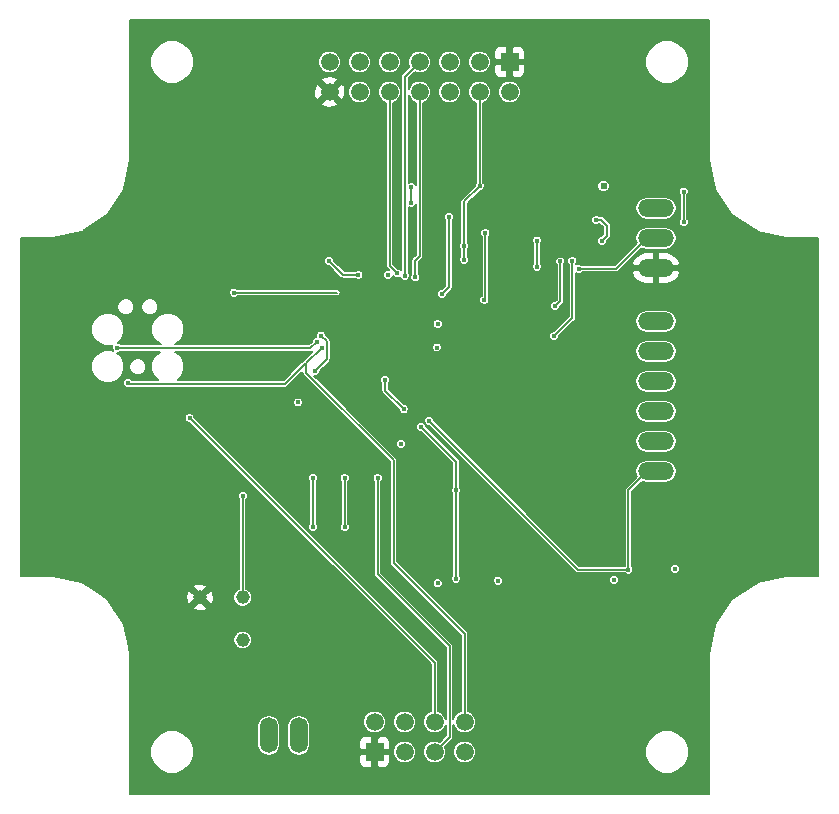
<source format=gbr>
G04 #@! TF.FileFunction,Copper,L4,Bot,Signal*
%FSLAX46Y46*%
G04 Gerber Fmt 4.6, Leading zero omitted, Abs format (unit mm)*
G04 Created by KiCad (PCBNEW 4.0.4-stable) date 01/20/17 21:30:08*
%MOMM*%
%LPD*%
G01*
G04 APERTURE LIST*
%ADD10C,0.100000*%
%ADD11O,3.014980X1.506220*%
%ADD12R,1.498600X1.498600*%
%ADD13C,1.498600*%
%ADD14C,1.158000*%
%ADD15R,1.510000X1.510000*%
%ADD16C,1.510000*%
%ADD17O,1.510000X3.010000*%
%ADD18C,0.406400*%
%ADD19C,0.609600*%
%ADD20C,0.203200*%
%ADD21C,0.127000*%
G04 APERTURE END LIST*
D10*
D11*
X147015200Y-84759800D03*
X147015200Y-87299800D03*
X147015200Y-89839800D03*
X147015200Y-94361000D03*
X147015200Y-96901000D03*
X147015200Y-99441000D03*
X147015200Y-101981000D03*
X147015200Y-104521000D03*
X147015200Y-107061000D03*
D12*
X134620000Y-72390000D03*
D13*
X134620000Y-74930000D03*
X132080000Y-72390000D03*
X132080000Y-74930000D03*
X129540000Y-72390000D03*
X129540000Y-74930000D03*
X127000000Y-72390000D03*
X127000000Y-74930000D03*
X124460000Y-72390000D03*
X124460000Y-74930000D03*
X121920000Y-72390000D03*
X121920000Y-74930000D03*
X119380000Y-72390000D03*
X119380000Y-74930000D03*
D14*
X108422000Y-117729000D03*
X112014000Y-121321000D03*
X112014000Y-117729000D03*
D15*
X123190000Y-130810000D03*
D16*
X123190000Y-128270000D03*
X125730000Y-130810000D03*
X125730000Y-128270000D03*
X128270000Y-130810000D03*
X128270000Y-128270000D03*
X130810000Y-130810000D03*
X130810000Y-128270000D03*
D17*
X114223800Y-129413000D03*
X116763800Y-129413000D03*
D18*
X124714000Y-121031000D03*
X127863600Y-78079600D03*
X126365000Y-79502000D03*
X125145800Y-80721200D03*
X123444000Y-82423000D03*
X122478800Y-80619600D03*
X123494800Y-77495400D03*
X134848600Y-101447600D03*
X133197600Y-101447600D03*
X131419600Y-101447600D03*
X101396800Y-100025200D03*
X110185200Y-92456000D03*
X120497600Y-102641400D03*
X118160800Y-102666800D03*
X140893800Y-116992400D03*
X133527800Y-113436400D03*
X148285200Y-112903000D03*
X103327200Y-99085400D03*
X103428800Y-100558600D03*
X98958400Y-97561400D03*
X106248200Y-92456000D03*
X143891000Y-91008200D03*
X137134600Y-90881200D03*
X130479800Y-78587600D03*
X130429000Y-81026000D03*
X142417800Y-86487000D03*
X127076200Y-89433400D03*
X113741200Y-98196400D03*
X109448600Y-98247200D03*
X143459200Y-94056200D03*
X142036800Y-95453200D03*
X140690600Y-96697800D03*
X140919200Y-89281000D03*
X114604800Y-92430600D03*
X114935000Y-101396800D03*
X112522000Y-101396800D03*
X120319800Y-89230200D03*
X136677400Y-95605600D03*
X140131800Y-80162400D03*
X125012850Y-92883350D03*
X123725350Y-92883350D03*
X122437850Y-92883350D03*
X121150350Y-92883350D03*
X121150350Y-94170850D03*
X122437850Y-94170850D03*
X125012850Y-94170850D03*
X123725350Y-94170850D03*
X123725350Y-95458350D03*
X122437850Y-95458350D03*
X121150350Y-95458350D03*
X121150350Y-96745850D03*
X122437850Y-96745850D03*
X123725350Y-96745850D03*
X125012850Y-96745850D03*
X125012850Y-95458350D03*
X136983835Y-86541465D03*
X131802235Y-86846265D03*
X131394200Y-95554800D03*
X127711200Y-95681800D03*
X116763800Y-94945200D03*
X125415000Y-104709000D03*
X111302800Y-91922600D03*
X149352000Y-85953600D03*
X128524000Y-116535200D03*
X133629400Y-116306600D03*
X143459200Y-116230400D03*
X148640800Y-115341400D03*
X149352000Y-83362800D03*
X118160800Y-98552000D03*
X119329200Y-89230200D03*
X130760835Y-89128600D03*
X136956800Y-89712800D03*
X126288800Y-82981800D03*
X132080000Y-82905600D03*
X128529200Y-94564600D03*
X128458800Y-96564600D03*
D19*
X142570200Y-82905600D03*
D18*
X141960600Y-85750400D03*
X142417800Y-87553800D03*
X126290435Y-84306265D03*
X136958435Y-87506665D03*
X130760835Y-87989265D03*
X124333000Y-90424000D03*
X121818400Y-90424000D03*
X118668800Y-95554800D03*
X125755400Y-90474800D03*
X107518200Y-102514400D03*
X101371400Y-96570800D03*
X118287800Y-96088200D03*
X102311200Y-99568000D03*
X118694200Y-96570800D03*
X140462000Y-89890600D03*
X128905000Y-92049600D03*
X129489200Y-85521800D03*
X132486400Y-92557600D03*
X132564235Y-86846265D03*
X138404600Y-95580200D03*
X139928600Y-89255600D03*
X138479800Y-93064600D03*
X138912600Y-89281000D03*
X126644400Y-90627200D03*
X125120400Y-90297000D03*
X117983000Y-107594400D03*
X117983000Y-111760000D03*
X120650000Y-111760000D03*
X120650000Y-107594400D03*
X123444000Y-107619800D03*
X127787400Y-102768400D03*
X144678400Y-115366800D03*
X130098800Y-108661200D03*
X127127000Y-103276400D03*
X125653800Y-101803200D03*
X124079000Y-99339400D03*
X130098800Y-116128800D03*
X112039400Y-109118400D03*
X116713000Y-101219000D03*
D20*
X123190000Y-130810000D02*
X123190000Y-129851800D01*
X123190000Y-129851800D02*
X124714000Y-128327800D01*
X124714000Y-128327800D02*
X124714000Y-121031000D01*
X122478800Y-80619600D02*
X122478800Y-81457800D01*
X122478800Y-81457800D02*
X123444000Y-82423000D01*
X119380000Y-74930000D02*
X121945400Y-77495400D01*
X121945400Y-77495400D02*
X123494800Y-77495400D01*
X131394200Y-95554800D02*
X131394200Y-101422200D01*
X131394200Y-101422200D02*
X131419600Y-101447600D01*
X100838252Y-100558600D02*
X100863400Y-100558600D01*
X100863400Y-100558600D02*
X101396800Y-100025200D01*
X106248200Y-92456000D02*
X110185200Y-92456000D01*
X118160800Y-102666800D02*
X120472200Y-102666800D01*
X120472200Y-102666800D02*
X120497600Y-102641400D01*
X98958400Y-97561400D02*
X98958400Y-98678748D01*
X98958400Y-98678748D02*
X100838252Y-100558600D01*
X100838252Y-100558600D02*
X103428800Y-100558600D01*
X106248200Y-92456000D02*
X106045001Y-92252801D01*
X106045001Y-92252801D02*
X101244651Y-92252801D01*
X101244651Y-92252801D02*
X98958400Y-94539052D01*
X98958400Y-94539052D02*
X98958400Y-97561400D01*
X130429000Y-81026000D02*
X130429000Y-78638400D01*
X130429000Y-78638400D02*
X130479800Y-78587600D01*
X131802235Y-86846265D02*
X132310234Y-86338266D01*
X132310234Y-86338266D02*
X136780636Y-86338266D01*
X136780636Y-86338266D02*
X136983835Y-86541465D01*
X109448600Y-98247200D02*
X113690400Y-98247200D01*
X113690400Y-98247200D02*
X113741200Y-98196400D01*
X142036800Y-95453200D02*
X142062200Y-95453200D01*
X142062200Y-95453200D02*
X143459200Y-94056200D01*
X140690600Y-96697800D02*
X140792200Y-96697800D01*
X140792200Y-96697800D02*
X142036800Y-95453200D01*
X136677400Y-95605600D02*
X137769600Y-96697800D01*
X137769600Y-96697800D02*
X140690600Y-96697800D01*
X114604800Y-92607400D02*
X114604800Y-92430600D01*
X116763800Y-94945200D02*
X114604800Y-92786200D01*
X114604800Y-92786200D02*
X114604800Y-92607400D01*
X131394200Y-95554800D02*
X136626600Y-95554800D01*
X136626600Y-95554800D02*
X136677400Y-95605600D01*
X141960600Y-85750400D02*
X142357858Y-85750400D01*
X142357858Y-85750400D02*
X142875001Y-86267543D01*
X142875001Y-86267543D02*
X142875001Y-87096599D01*
X142875001Y-87096599D02*
X142620999Y-87350601D01*
X142620999Y-87350601D02*
X142417800Y-87553800D01*
X111607600Y-91922600D02*
X111302800Y-91922600D01*
X149352000Y-83362800D02*
X149352000Y-85953600D01*
X128473600Y-94564600D02*
X128529200Y-94564600D01*
X118668800Y-95554800D02*
X119151401Y-96037401D01*
X119151401Y-96037401D02*
X119151401Y-97561399D01*
X119151401Y-97561399D02*
X118160800Y-98552000D01*
X121818400Y-90424000D02*
X120523000Y-90424000D01*
X120523000Y-90424000D02*
X119329200Y-89230200D01*
X130760835Y-87989265D02*
X130760835Y-89128600D01*
X130760835Y-87989265D02*
X130760835Y-84224765D01*
X130760835Y-84224765D02*
X130793400Y-84192200D01*
X130793400Y-84192200D02*
X132080000Y-82905600D01*
X136958435Y-87506665D02*
X136958435Y-89711165D01*
X136958435Y-89711165D02*
X136956800Y-89712800D01*
X126288800Y-82981800D02*
X126288800Y-84304630D01*
X126288800Y-84304630D02*
X126290435Y-84306265D01*
X111607600Y-91922600D02*
X119989600Y-91922600D01*
X132080000Y-74930000D02*
X132080000Y-82905600D01*
X121818400Y-90424000D02*
X121488200Y-90424000D01*
X128529200Y-96494200D02*
X128458800Y-96564600D01*
X125755400Y-90474800D02*
X125755400Y-73634600D01*
X125755400Y-73634600D02*
X127000000Y-72390000D01*
X128270000Y-128270000D02*
X128270000Y-123266200D01*
X128270000Y-123266200D02*
X107518200Y-102514400D01*
X107594400Y-102514400D02*
X107518200Y-102514400D01*
X118287800Y-96088200D02*
X117754400Y-96621600D01*
X117754400Y-96621600D02*
X101422200Y-96621600D01*
X101422200Y-96621600D02*
X101371400Y-96570800D01*
X130810000Y-128270000D02*
X130810000Y-120827800D01*
X130810000Y-120827800D02*
X124790200Y-114808000D01*
X124790200Y-114808000D02*
X124790200Y-106121200D01*
X124790200Y-106121200D02*
X117398800Y-98729800D01*
X117398800Y-98729800D02*
X117398800Y-97866200D01*
X117398800Y-97866200D02*
X116967000Y-98298000D01*
X118694200Y-96570800D02*
X117398800Y-97866200D01*
X116967000Y-98298000D02*
X115627149Y-99637851D01*
X115627149Y-99637851D02*
X102381051Y-99637851D01*
X102381051Y-99637851D02*
X102311200Y-99568000D01*
X140462000Y-89890600D02*
X143670020Y-89890600D01*
X143670020Y-89890600D02*
X146260820Y-87299800D01*
X146260820Y-87299800D02*
X147015200Y-87299800D01*
X129489200Y-91160600D02*
X129489200Y-91465400D01*
X129489200Y-91465400D02*
X128905000Y-92049600D01*
X129489200Y-85521800D02*
X129489200Y-91160600D01*
X132564235Y-86846265D02*
X132564235Y-92479765D01*
X132564235Y-92479765D02*
X132486400Y-92557600D01*
X139928600Y-89255600D02*
X139928600Y-94056200D01*
X139928600Y-94056200D02*
X138404600Y-95580200D01*
X138912600Y-89281000D02*
X138912600Y-92631800D01*
X138912600Y-92631800D02*
X138479800Y-93064600D01*
X127000000Y-74930000D02*
X127000000Y-88832942D01*
X127000000Y-88832942D02*
X126618999Y-89213943D01*
X126618999Y-89213943D02*
X126618999Y-90601799D01*
X126618999Y-90601799D02*
X126644400Y-90627200D01*
X124460000Y-74930000D02*
X124460000Y-89636600D01*
X124460000Y-89636600D02*
X125120400Y-90297000D01*
X117983000Y-111760000D02*
X117983000Y-107594400D01*
X120650000Y-107594400D02*
X120650000Y-111760000D01*
X123444000Y-107619800D02*
X123444000Y-115773200D01*
X123444000Y-115773200D02*
X129540000Y-121869200D01*
X129540000Y-121869200D02*
X129540000Y-129540000D01*
X129540000Y-129540000D02*
X128270000Y-130810000D01*
X144678400Y-115366800D02*
X144678400Y-108643420D01*
X144678400Y-108643420D02*
X146260820Y-107061000D01*
X146260820Y-107061000D02*
X147015200Y-107061000D01*
X144678400Y-115366800D02*
X140385800Y-115366800D01*
X140385800Y-115366800D02*
X127787400Y-102768400D01*
X130098800Y-108966000D02*
X130098800Y-106248200D01*
X130098800Y-111556800D02*
X130098800Y-108966000D01*
X130098800Y-108966000D02*
X130098800Y-108661200D01*
X130098800Y-106248200D02*
X127127000Y-103276400D01*
X130098800Y-116128800D02*
X130098800Y-111556800D01*
X124079000Y-99339400D02*
X124079000Y-100228400D01*
X124079000Y-100228400D02*
X125653800Y-101803200D01*
X112014000Y-117729000D02*
X112014000Y-109143800D01*
X112014000Y-109143800D02*
X112039400Y-109118400D01*
D21*
G36*
X151499500Y-80645000D02*
X151504602Y-80670649D01*
X151504602Y-80696796D01*
X151987966Y-83126836D01*
X152011189Y-83182900D01*
X152027610Y-83222544D01*
X153404117Y-85282632D01*
X153477368Y-85355883D01*
X155537456Y-86732390D01*
X155633163Y-86772033D01*
X155633164Y-86772033D01*
X158063203Y-87255398D01*
X158089351Y-87255398D01*
X158115000Y-87260500D01*
X160770500Y-87260500D01*
X160770500Y-115939500D01*
X158115000Y-115939500D01*
X158089351Y-115944602D01*
X158063203Y-115944602D01*
X155633164Y-116427967D01*
X155633163Y-116427967D01*
X155537456Y-116467610D01*
X153477368Y-117844117D01*
X153404117Y-117917368D01*
X152027610Y-119977456D01*
X152027610Y-119977457D01*
X151987966Y-120073164D01*
X151504602Y-122503204D01*
X151504602Y-122529351D01*
X151499500Y-122555000D01*
X151499500Y-134354500D01*
X102500500Y-134354500D01*
X102500500Y-131174690D01*
X104203181Y-131174690D01*
X104482942Y-131851763D01*
X105000512Y-132370237D01*
X105677096Y-132651180D01*
X106409690Y-132651819D01*
X107086763Y-132372058D01*
X107605237Y-131854488D01*
X107886180Y-131177904D01*
X107886819Y-130445310D01*
X107607058Y-129768237D01*
X107089488Y-129249763D01*
X106412904Y-128968820D01*
X105680310Y-128968181D01*
X105003237Y-129247942D01*
X104484763Y-129765512D01*
X104203820Y-130442096D01*
X104203181Y-131174690D01*
X102500500Y-131174690D01*
X102500500Y-128629286D01*
X113252900Y-128629286D01*
X113252900Y-130196714D01*
X113326805Y-130568261D01*
X113537270Y-130883244D01*
X113852253Y-131093709D01*
X114223800Y-131167614D01*
X114595347Y-131093709D01*
X114910330Y-130883244D01*
X115120795Y-130568261D01*
X115194700Y-130196714D01*
X115194700Y-128629286D01*
X115792900Y-128629286D01*
X115792900Y-130196714D01*
X115866805Y-130568261D01*
X116077270Y-130883244D01*
X116392253Y-131093709D01*
X116763800Y-131167614D01*
X116885658Y-131143375D01*
X121863500Y-131143375D01*
X121863500Y-131678679D01*
X121950506Y-131888729D01*
X122111272Y-132049494D01*
X122321322Y-132136500D01*
X122856625Y-132136500D01*
X122999500Y-131993625D01*
X122999500Y-131000500D01*
X123380500Y-131000500D01*
X123380500Y-131993625D01*
X123523375Y-132136500D01*
X124058678Y-132136500D01*
X124268728Y-132049494D01*
X124429494Y-131888729D01*
X124516500Y-131678679D01*
X124516500Y-131143375D01*
X124375402Y-131002277D01*
X124758932Y-131002277D01*
X124906431Y-131359252D01*
X125179311Y-131632609D01*
X125536029Y-131780731D01*
X125922277Y-131781068D01*
X126279252Y-131633569D01*
X126552609Y-131360689D01*
X126700731Y-131003971D01*
X126701068Y-130617723D01*
X126553569Y-130260748D01*
X126280689Y-129987391D01*
X125923971Y-129839269D01*
X125537723Y-129838932D01*
X125180748Y-129986431D01*
X124907391Y-130259311D01*
X124759269Y-130616029D01*
X124758932Y-131002277D01*
X124375402Y-131002277D01*
X124373625Y-131000500D01*
X123380500Y-131000500D01*
X122999500Y-131000500D01*
X122006375Y-131000500D01*
X121863500Y-131143375D01*
X116885658Y-131143375D01*
X117135347Y-131093709D01*
X117450330Y-130883244D01*
X117660795Y-130568261D01*
X117734700Y-130196714D01*
X117734700Y-129941321D01*
X121863500Y-129941321D01*
X121863500Y-130476625D01*
X122006375Y-130619500D01*
X122999500Y-130619500D01*
X122999500Y-129626375D01*
X123380500Y-129626375D01*
X123380500Y-130619500D01*
X124373625Y-130619500D01*
X124516500Y-130476625D01*
X124516500Y-129941321D01*
X124429494Y-129731271D01*
X124268728Y-129570506D01*
X124058678Y-129483500D01*
X123523375Y-129483500D01*
X123380500Y-129626375D01*
X122999500Y-129626375D01*
X122856625Y-129483500D01*
X122321322Y-129483500D01*
X122111272Y-129570506D01*
X121950506Y-129731271D01*
X121863500Y-129941321D01*
X117734700Y-129941321D01*
X117734700Y-128629286D01*
X117701480Y-128462277D01*
X122218932Y-128462277D01*
X122366431Y-128819252D01*
X122639311Y-129092609D01*
X122996029Y-129240731D01*
X123382277Y-129241068D01*
X123739252Y-129093569D01*
X124012609Y-128820689D01*
X124160731Y-128463971D01*
X124160732Y-128462277D01*
X124758932Y-128462277D01*
X124906431Y-128819252D01*
X125179311Y-129092609D01*
X125536029Y-129240731D01*
X125922277Y-129241068D01*
X126279252Y-129093569D01*
X126552609Y-128820689D01*
X126700731Y-128463971D01*
X126701068Y-128077723D01*
X126553569Y-127720748D01*
X126280689Y-127447391D01*
X125923971Y-127299269D01*
X125537723Y-127298932D01*
X125180748Y-127446431D01*
X124907391Y-127719311D01*
X124759269Y-128076029D01*
X124758932Y-128462277D01*
X124160732Y-128462277D01*
X124161068Y-128077723D01*
X124013569Y-127720748D01*
X123740689Y-127447391D01*
X123383971Y-127299269D01*
X122997723Y-127298932D01*
X122640748Y-127446431D01*
X122367391Y-127719311D01*
X122219269Y-128076029D01*
X122218932Y-128462277D01*
X117701480Y-128462277D01*
X117660795Y-128257739D01*
X117450330Y-127942756D01*
X117135347Y-127732291D01*
X116763800Y-127658386D01*
X116392253Y-127732291D01*
X116077270Y-127942756D01*
X115866805Y-128257739D01*
X115792900Y-128629286D01*
X115194700Y-128629286D01*
X115120795Y-128257739D01*
X114910330Y-127942756D01*
X114595347Y-127732291D01*
X114223800Y-127658386D01*
X113852253Y-127732291D01*
X113537270Y-127942756D01*
X113326805Y-128257739D01*
X113252900Y-128629286D01*
X102500500Y-128629286D01*
X102500500Y-122555000D01*
X102495398Y-122529351D01*
X102495398Y-122503203D01*
X102291557Y-121478422D01*
X111218962Y-121478422D01*
X111339724Y-121770686D01*
X111563137Y-121994490D01*
X111855191Y-122115762D01*
X112171422Y-122116038D01*
X112463686Y-121995276D01*
X112687490Y-121771863D01*
X112808762Y-121479809D01*
X112809038Y-121163578D01*
X112688276Y-120871314D01*
X112464863Y-120647510D01*
X112172809Y-120526238D01*
X111856578Y-120525962D01*
X111564314Y-120646724D01*
X111340510Y-120870137D01*
X111219238Y-121162191D01*
X111218962Y-121478422D01*
X102291557Y-121478422D01*
X102012033Y-120073164D01*
X101972390Y-119977457D01*
X101972390Y-119977456D01*
X101038357Y-118579577D01*
X107840830Y-118579577D01*
X107895775Y-118777385D01*
X108337031Y-118898959D01*
X108791223Y-118842417D01*
X108948225Y-118777385D01*
X109003170Y-118579577D01*
X108422000Y-117998408D01*
X107840830Y-118579577D01*
X101038357Y-118579577D01*
X100595883Y-117917368D01*
X100522632Y-117844117D01*
X100223183Y-117644031D01*
X107252041Y-117644031D01*
X107308583Y-118098223D01*
X107373615Y-118255225D01*
X107571423Y-118310170D01*
X108152592Y-117729000D01*
X108691408Y-117729000D01*
X109272577Y-118310170D01*
X109470385Y-118255225D01*
X109571996Y-117886422D01*
X111218962Y-117886422D01*
X111339724Y-118178686D01*
X111563137Y-118402490D01*
X111855191Y-118523762D01*
X112171422Y-118524038D01*
X112463686Y-118403276D01*
X112687490Y-118179863D01*
X112808762Y-117887809D01*
X112809038Y-117571578D01*
X112688276Y-117279314D01*
X112464863Y-117055510D01*
X112331500Y-117000133D01*
X112331500Y-109418990D01*
X112394489Y-109356111D01*
X112458427Y-109202130D01*
X112458573Y-109035402D01*
X112394903Y-108881309D01*
X112277111Y-108763311D01*
X112123130Y-108699373D01*
X111956402Y-108699227D01*
X111802309Y-108762897D01*
X111684311Y-108880689D01*
X111620373Y-109034670D01*
X111620227Y-109201398D01*
X111683897Y-109355491D01*
X111696500Y-109368116D01*
X111696500Y-117000105D01*
X111564314Y-117054724D01*
X111340510Y-117278137D01*
X111219238Y-117570191D01*
X111218962Y-117886422D01*
X109571996Y-117886422D01*
X109591959Y-117813969D01*
X109535417Y-117359777D01*
X109470385Y-117202775D01*
X109272577Y-117147830D01*
X108691408Y-117729000D01*
X108152592Y-117729000D01*
X107571423Y-117147830D01*
X107373615Y-117202775D01*
X107252041Y-117644031D01*
X100223183Y-117644031D01*
X99077370Y-116878423D01*
X107840830Y-116878423D01*
X108422000Y-117459592D01*
X109003170Y-116878423D01*
X108948225Y-116680615D01*
X108506969Y-116559041D01*
X108052777Y-116615583D01*
X107895775Y-116680615D01*
X107840830Y-116878423D01*
X99077370Y-116878423D01*
X98462544Y-116467610D01*
X98411097Y-116446300D01*
X98366836Y-116427966D01*
X95936796Y-115944602D01*
X95910649Y-115944602D01*
X95885000Y-115939500D01*
X93229500Y-115939500D01*
X93229500Y-101301998D01*
X116293827Y-101301998D01*
X116357497Y-101456091D01*
X116475289Y-101574089D01*
X116629270Y-101638027D01*
X116795998Y-101638173D01*
X116950091Y-101574503D01*
X117068089Y-101456711D01*
X117132027Y-101302730D01*
X117132173Y-101136002D01*
X117068503Y-100981909D01*
X116950711Y-100863911D01*
X116796730Y-100799973D01*
X116630002Y-100799827D01*
X116475909Y-100863497D01*
X116357911Y-100981289D01*
X116293973Y-101135270D01*
X116293827Y-101301998D01*
X93229500Y-101301998D01*
X93229500Y-95299319D01*
X99205807Y-95299319D01*
X99419004Y-95815295D01*
X99813428Y-96210408D01*
X100329032Y-96424506D01*
X100887319Y-96424993D01*
X100996961Y-96379690D01*
X100952373Y-96487070D01*
X100952227Y-96653798D01*
X101015897Y-96807891D01*
X101080306Y-96872412D01*
X100889768Y-96793294D01*
X100331481Y-96792807D01*
X99815505Y-97006004D01*
X99420392Y-97400428D01*
X99206294Y-97916032D01*
X99205807Y-98474319D01*
X99419004Y-98990295D01*
X99813428Y-99385408D01*
X100329032Y-99599506D01*
X100887319Y-99599993D01*
X101403295Y-99386796D01*
X101798408Y-98992372D01*
X102012506Y-98476768D01*
X102012625Y-98339761D01*
X102425375Y-98339761D01*
X102535350Y-98605921D01*
X102738808Y-98809735D01*
X103004776Y-98920174D01*
X103292761Y-98920425D01*
X103558921Y-98810450D01*
X103762735Y-98606992D01*
X103873174Y-98341024D01*
X103873425Y-98053039D01*
X103763450Y-97786879D01*
X103559992Y-97583065D01*
X103294024Y-97472626D01*
X103006039Y-97472375D01*
X102739879Y-97582350D01*
X102536065Y-97785808D01*
X102425626Y-98051776D01*
X102425375Y-98339761D01*
X102012625Y-98339761D01*
X102012993Y-97918481D01*
X101799796Y-97402505D01*
X101405372Y-97007392D01*
X101363230Y-96989893D01*
X101454398Y-96989973D01*
X101577520Y-96939100D01*
X105057425Y-96939100D01*
X104895505Y-97006004D01*
X104500392Y-97400428D01*
X104286294Y-97916032D01*
X104285807Y-98474319D01*
X104499004Y-98990295D01*
X104828484Y-99320351D01*
X102656163Y-99320351D01*
X102548911Y-99212911D01*
X102394930Y-99148973D01*
X102228202Y-99148827D01*
X102074109Y-99212497D01*
X101956111Y-99330289D01*
X101892173Y-99484270D01*
X101892027Y-99650998D01*
X101955697Y-99805091D01*
X102073489Y-99923089D01*
X102227470Y-99987027D01*
X102394198Y-99987173D01*
X102471213Y-99955351D01*
X115627149Y-99955351D01*
X115748651Y-99931183D01*
X115851655Y-99862357D01*
X117081300Y-98632713D01*
X117081300Y-98729800D01*
X117093094Y-98789091D01*
X117105468Y-98851302D01*
X117174294Y-98954306D01*
X124472700Y-106252712D01*
X124472700Y-114808000D01*
X124495421Y-114922227D01*
X124496868Y-114929502D01*
X124565694Y-115032506D01*
X130492500Y-120959313D01*
X130492500Y-127350673D01*
X130260748Y-127446431D01*
X129987391Y-127719311D01*
X129857500Y-128032124D01*
X129857500Y-121869200D01*
X129833332Y-121747698D01*
X129764506Y-121644694D01*
X123761500Y-115641688D01*
X123761500Y-107895034D01*
X123799089Y-107857511D01*
X123863027Y-107703530D01*
X123863173Y-107536802D01*
X123799503Y-107382709D01*
X123681711Y-107264711D01*
X123527730Y-107200773D01*
X123361002Y-107200627D01*
X123206909Y-107264297D01*
X123088911Y-107382089D01*
X123024973Y-107536070D01*
X123024827Y-107702798D01*
X123088497Y-107856891D01*
X123126500Y-107894960D01*
X123126500Y-115773200D01*
X123146729Y-115874897D01*
X123150668Y-115894702D01*
X123219494Y-115997706D01*
X129222500Y-122000712D01*
X129222500Y-128032785D01*
X129093569Y-127720748D01*
X128820689Y-127447391D01*
X128587500Y-127350563D01*
X128587500Y-123266200D01*
X128563332Y-123144698D01*
X128494506Y-123041694D01*
X113130210Y-107677398D01*
X117563827Y-107677398D01*
X117627497Y-107831491D01*
X117665500Y-107869560D01*
X117665500Y-111484766D01*
X117627911Y-111522289D01*
X117563973Y-111676270D01*
X117563827Y-111842998D01*
X117627497Y-111997091D01*
X117745289Y-112115089D01*
X117899270Y-112179027D01*
X118065998Y-112179173D01*
X118220091Y-112115503D01*
X118338089Y-111997711D01*
X118402027Y-111843730D01*
X118402173Y-111677002D01*
X118338503Y-111522909D01*
X118300500Y-111484840D01*
X118300500Y-107869634D01*
X118338089Y-107832111D01*
X118402027Y-107678130D01*
X118402027Y-107677398D01*
X120230827Y-107677398D01*
X120294497Y-107831491D01*
X120332500Y-107869560D01*
X120332500Y-111484766D01*
X120294911Y-111522289D01*
X120230973Y-111676270D01*
X120230827Y-111842998D01*
X120294497Y-111997091D01*
X120412289Y-112115089D01*
X120566270Y-112179027D01*
X120732998Y-112179173D01*
X120887091Y-112115503D01*
X121005089Y-111997711D01*
X121069027Y-111843730D01*
X121069173Y-111677002D01*
X121005503Y-111522909D01*
X120967500Y-111484840D01*
X120967500Y-107869634D01*
X121005089Y-107832111D01*
X121069027Y-107678130D01*
X121069173Y-107511402D01*
X121005503Y-107357309D01*
X120887711Y-107239311D01*
X120733730Y-107175373D01*
X120567002Y-107175227D01*
X120412909Y-107238897D01*
X120294911Y-107356689D01*
X120230973Y-107510670D01*
X120230827Y-107677398D01*
X118402027Y-107677398D01*
X118402173Y-107511402D01*
X118338503Y-107357309D01*
X118220711Y-107239311D01*
X118066730Y-107175373D01*
X117900002Y-107175227D01*
X117745909Y-107238897D01*
X117627911Y-107356689D01*
X117563973Y-107510670D01*
X117563827Y-107677398D01*
X113130210Y-107677398D01*
X107937326Y-102484514D01*
X107937373Y-102431402D01*
X107873703Y-102277309D01*
X107755911Y-102159311D01*
X107601930Y-102095373D01*
X107435202Y-102095227D01*
X107281109Y-102158897D01*
X107163111Y-102276689D01*
X107099173Y-102430670D01*
X107099027Y-102597398D01*
X107162697Y-102751491D01*
X107280489Y-102869489D01*
X107434470Y-102933427D01*
X107488262Y-102933474D01*
X127952500Y-123397712D01*
X127952500Y-127350673D01*
X127720748Y-127446431D01*
X127447391Y-127719311D01*
X127299269Y-128076029D01*
X127298932Y-128462277D01*
X127446431Y-128819252D01*
X127719311Y-129092609D01*
X128076029Y-129240731D01*
X128462277Y-129241068D01*
X128819252Y-129093569D01*
X129092609Y-128820689D01*
X129222500Y-128507876D01*
X129222500Y-129408487D01*
X128695556Y-129935431D01*
X128463971Y-129839269D01*
X128077723Y-129838932D01*
X127720748Y-129986431D01*
X127447391Y-130259311D01*
X127299269Y-130616029D01*
X127298932Y-131002277D01*
X127446431Y-131359252D01*
X127719311Y-131632609D01*
X128076029Y-131780731D01*
X128462277Y-131781068D01*
X128819252Y-131633569D01*
X129092609Y-131360689D01*
X129240731Y-131003971D01*
X129240732Y-131002277D01*
X129838932Y-131002277D01*
X129986431Y-131359252D01*
X130259311Y-131632609D01*
X130616029Y-131780731D01*
X131002277Y-131781068D01*
X131359252Y-131633569D01*
X131632609Y-131360689D01*
X131709842Y-131174690D01*
X146113181Y-131174690D01*
X146392942Y-131851763D01*
X146910512Y-132370237D01*
X147587096Y-132651180D01*
X148319690Y-132651819D01*
X148996763Y-132372058D01*
X149515237Y-131854488D01*
X149796180Y-131177904D01*
X149796819Y-130445310D01*
X149517058Y-129768237D01*
X148999488Y-129249763D01*
X148322904Y-128968820D01*
X147590310Y-128968181D01*
X146913237Y-129247942D01*
X146394763Y-129765512D01*
X146113820Y-130442096D01*
X146113181Y-131174690D01*
X131709842Y-131174690D01*
X131780731Y-131003971D01*
X131781068Y-130617723D01*
X131633569Y-130260748D01*
X131360689Y-129987391D01*
X131003971Y-129839269D01*
X130617723Y-129838932D01*
X130260748Y-129986431D01*
X129987391Y-130259311D01*
X129839269Y-130616029D01*
X129838932Y-131002277D01*
X129240732Y-131002277D01*
X129241068Y-130617723D01*
X129144647Y-130384366D01*
X129764506Y-129764507D01*
X129833332Y-129661502D01*
X129840319Y-129626375D01*
X129857500Y-129540000D01*
X129857500Y-128507215D01*
X129986431Y-128819252D01*
X130259311Y-129092609D01*
X130616029Y-129240731D01*
X131002277Y-129241068D01*
X131359252Y-129093569D01*
X131632609Y-128820689D01*
X131780731Y-128463971D01*
X131781068Y-128077723D01*
X131633569Y-127720748D01*
X131360689Y-127447391D01*
X131127500Y-127350563D01*
X131127500Y-120827800D01*
X131103332Y-120706298D01*
X131064051Y-120647510D01*
X131034507Y-120603294D01*
X127049411Y-116618198D01*
X128104827Y-116618198D01*
X128168497Y-116772291D01*
X128286289Y-116890289D01*
X128440270Y-116954227D01*
X128606998Y-116954373D01*
X128761091Y-116890703D01*
X128879089Y-116772911D01*
X128943027Y-116618930D01*
X128943173Y-116452202D01*
X128879503Y-116298109D01*
X128761711Y-116180111D01*
X128607730Y-116116173D01*
X128441002Y-116116027D01*
X128286909Y-116179697D01*
X128168911Y-116297489D01*
X128104973Y-116451470D01*
X128104827Y-116618198D01*
X127049411Y-116618198D01*
X125107700Y-114676488D01*
X125107700Y-106121200D01*
X125083532Y-105999698D01*
X125014706Y-105896694D01*
X123910010Y-104791998D01*
X124995827Y-104791998D01*
X125059497Y-104946091D01*
X125177289Y-105064089D01*
X125331270Y-105128027D01*
X125497998Y-105128173D01*
X125652091Y-105064503D01*
X125770089Y-104946711D01*
X125834027Y-104792730D01*
X125834173Y-104626002D01*
X125770503Y-104471909D01*
X125652711Y-104353911D01*
X125498730Y-104289973D01*
X125332002Y-104289827D01*
X125177909Y-104353497D01*
X125059911Y-104471289D01*
X124995973Y-104625270D01*
X124995827Y-104791998D01*
X123910010Y-104791998D01*
X122477410Y-103359398D01*
X126707827Y-103359398D01*
X126771497Y-103513491D01*
X126889289Y-103631489D01*
X127043270Y-103695427D01*
X127097062Y-103695474D01*
X129781300Y-106379712D01*
X129781300Y-108385966D01*
X129743711Y-108423489D01*
X129679773Y-108577470D01*
X129679627Y-108744198D01*
X129743297Y-108898291D01*
X129781300Y-108936360D01*
X129781300Y-115853566D01*
X129743711Y-115891089D01*
X129679773Y-116045070D01*
X129679627Y-116211798D01*
X129743297Y-116365891D01*
X129861089Y-116483889D01*
X130015070Y-116547827D01*
X130181798Y-116547973D01*
X130335891Y-116484303D01*
X130430761Y-116389598D01*
X133210227Y-116389598D01*
X133273897Y-116543691D01*
X133391689Y-116661689D01*
X133545670Y-116725627D01*
X133712398Y-116725773D01*
X133866491Y-116662103D01*
X133984489Y-116544311D01*
X134048427Y-116390330D01*
X134048494Y-116313398D01*
X143040027Y-116313398D01*
X143103697Y-116467491D01*
X143221489Y-116585489D01*
X143375470Y-116649427D01*
X143542198Y-116649573D01*
X143696291Y-116585903D01*
X143814289Y-116468111D01*
X143878227Y-116314130D01*
X143878373Y-116147402D01*
X143814703Y-115993309D01*
X143696911Y-115875311D01*
X143542930Y-115811373D01*
X143376202Y-115811227D01*
X143222109Y-115874897D01*
X143104111Y-115992689D01*
X143040173Y-116146670D01*
X143040027Y-116313398D01*
X134048494Y-116313398D01*
X134048573Y-116223602D01*
X133984903Y-116069509D01*
X133867111Y-115951511D01*
X133713130Y-115887573D01*
X133546402Y-115887427D01*
X133392309Y-115951097D01*
X133274311Y-116068889D01*
X133210373Y-116222870D01*
X133210227Y-116389598D01*
X130430761Y-116389598D01*
X130453889Y-116366511D01*
X130517827Y-116212530D01*
X130517973Y-116045802D01*
X130454303Y-115891709D01*
X130416300Y-115853640D01*
X130416300Y-108936434D01*
X130453889Y-108898911D01*
X130517827Y-108744930D01*
X130517973Y-108578202D01*
X130454303Y-108424109D01*
X130416300Y-108386040D01*
X130416300Y-106248200D01*
X130392132Y-106126698D01*
X130323306Y-106023694D01*
X127546126Y-103246514D01*
X127546173Y-103193402D01*
X127494401Y-103068104D01*
X127549689Y-103123489D01*
X127703670Y-103187427D01*
X127757462Y-103187474D01*
X140161293Y-115591306D01*
X140181056Y-115604511D01*
X140264298Y-115660132D01*
X140385800Y-115684300D01*
X144403166Y-115684300D01*
X144440689Y-115721889D01*
X144594670Y-115785827D01*
X144761398Y-115785973D01*
X144915491Y-115722303D01*
X145033489Y-115604511D01*
X145097427Y-115450530D01*
X145097449Y-115424398D01*
X148221627Y-115424398D01*
X148285297Y-115578491D01*
X148403089Y-115696489D01*
X148557070Y-115760427D01*
X148723798Y-115760573D01*
X148877891Y-115696903D01*
X148995889Y-115579111D01*
X149059827Y-115425130D01*
X149059973Y-115258402D01*
X148996303Y-115104309D01*
X148878511Y-114986311D01*
X148724530Y-114922373D01*
X148557802Y-114922227D01*
X148403709Y-114985897D01*
X148285711Y-115103689D01*
X148221773Y-115257670D01*
X148221627Y-115424398D01*
X145097449Y-115424398D01*
X145097573Y-115283802D01*
X145033903Y-115129709D01*
X144995900Y-115091640D01*
X144995900Y-108774932D01*
X145831266Y-107939567D01*
X145856233Y-107956249D01*
X146227057Y-108030010D01*
X147803343Y-108030010D01*
X148174167Y-107956249D01*
X148488537Y-107746194D01*
X148698592Y-107431824D01*
X148772353Y-107061000D01*
X148698592Y-106690176D01*
X148488537Y-106375806D01*
X148174167Y-106165751D01*
X147803343Y-106091990D01*
X146227057Y-106091990D01*
X145856233Y-106165751D01*
X145541863Y-106375806D01*
X145331808Y-106690176D01*
X145258047Y-107061000D01*
X145331808Y-107431824D01*
X145375537Y-107497270D01*
X144453894Y-108418914D01*
X144385068Y-108521918D01*
X144360900Y-108643420D01*
X144360900Y-115049300D01*
X140517313Y-115049300D01*
X129989013Y-104521000D01*
X145258047Y-104521000D01*
X145331808Y-104891824D01*
X145541863Y-105206194D01*
X145856233Y-105416249D01*
X146227057Y-105490010D01*
X147803343Y-105490010D01*
X148174167Y-105416249D01*
X148488537Y-105206194D01*
X148698592Y-104891824D01*
X148772353Y-104521000D01*
X148698592Y-104150176D01*
X148488537Y-103835806D01*
X148174167Y-103625751D01*
X147803343Y-103551990D01*
X146227057Y-103551990D01*
X145856233Y-103625751D01*
X145541863Y-103835806D01*
X145331808Y-104150176D01*
X145258047Y-104521000D01*
X129989013Y-104521000D01*
X128206526Y-102738514D01*
X128206573Y-102685402D01*
X128142903Y-102531309D01*
X128025111Y-102413311D01*
X127871130Y-102349373D01*
X127704402Y-102349227D01*
X127550309Y-102412897D01*
X127432311Y-102530689D01*
X127368373Y-102684670D01*
X127368227Y-102851398D01*
X127419999Y-102976696D01*
X127364711Y-102921311D01*
X127210730Y-102857373D01*
X127044002Y-102857227D01*
X126889909Y-102920897D01*
X126771911Y-103038689D01*
X126707973Y-103192670D01*
X126707827Y-103359398D01*
X122477410Y-103359398D01*
X118540410Y-99422398D01*
X123659827Y-99422398D01*
X123723497Y-99576491D01*
X123761500Y-99614560D01*
X123761500Y-100228400D01*
X123782952Y-100336249D01*
X123785668Y-100349902D01*
X123854494Y-100452906D01*
X125234674Y-101833086D01*
X125234627Y-101886198D01*
X125298297Y-102040291D01*
X125416089Y-102158289D01*
X125570070Y-102222227D01*
X125736798Y-102222373D01*
X125890891Y-102158703D01*
X126008889Y-102040911D01*
X126033766Y-101981000D01*
X145258047Y-101981000D01*
X145331808Y-102351824D01*
X145541863Y-102666194D01*
X145856233Y-102876249D01*
X146227057Y-102950010D01*
X147803343Y-102950010D01*
X148174167Y-102876249D01*
X148488537Y-102666194D01*
X148698592Y-102351824D01*
X148772353Y-101981000D01*
X148698592Y-101610176D01*
X148488537Y-101295806D01*
X148174167Y-101085751D01*
X147803343Y-101011990D01*
X146227057Y-101011990D01*
X145856233Y-101085751D01*
X145541863Y-101295806D01*
X145331808Y-101610176D01*
X145258047Y-101981000D01*
X126033766Y-101981000D01*
X126072827Y-101886930D01*
X126072973Y-101720202D01*
X126009303Y-101566109D01*
X125891511Y-101448111D01*
X125737530Y-101384173D01*
X125683739Y-101384126D01*
X124396500Y-100096888D01*
X124396500Y-99614634D01*
X124434089Y-99577111D01*
X124490606Y-99441000D01*
X145258047Y-99441000D01*
X145331808Y-99811824D01*
X145541863Y-100126194D01*
X145856233Y-100336249D01*
X146227057Y-100410010D01*
X147803343Y-100410010D01*
X148174167Y-100336249D01*
X148488537Y-100126194D01*
X148698592Y-99811824D01*
X148772353Y-99441000D01*
X148698592Y-99070176D01*
X148488537Y-98755806D01*
X148174167Y-98545751D01*
X147803343Y-98471990D01*
X146227057Y-98471990D01*
X145856233Y-98545751D01*
X145541863Y-98755806D01*
X145331808Y-99070176D01*
X145258047Y-99441000D01*
X124490606Y-99441000D01*
X124498027Y-99423130D01*
X124498173Y-99256402D01*
X124434503Y-99102309D01*
X124316711Y-98984311D01*
X124162730Y-98920373D01*
X123996002Y-98920227D01*
X123841909Y-98983897D01*
X123723911Y-99101689D01*
X123659973Y-99255670D01*
X123659827Y-99422398D01*
X118540410Y-99422398D01*
X118089049Y-98971037D01*
X118243798Y-98971173D01*
X118397891Y-98907503D01*
X118515889Y-98789711D01*
X118579827Y-98635730D01*
X118579874Y-98581938D01*
X119375907Y-97785906D01*
X119444733Y-97682901D01*
X119452929Y-97641694D01*
X119468901Y-97561399D01*
X119468901Y-96647598D01*
X128039627Y-96647598D01*
X128103297Y-96801691D01*
X128221089Y-96919689D01*
X128375070Y-96983627D01*
X128541798Y-96983773D01*
X128695891Y-96920103D01*
X128715027Y-96901000D01*
X145258047Y-96901000D01*
X145331808Y-97271824D01*
X145541863Y-97586194D01*
X145856233Y-97796249D01*
X146227057Y-97870010D01*
X147803343Y-97870010D01*
X148174167Y-97796249D01*
X148488537Y-97586194D01*
X148698592Y-97271824D01*
X148772353Y-96901000D01*
X148698592Y-96530176D01*
X148488537Y-96215806D01*
X148174167Y-96005751D01*
X147803343Y-95931990D01*
X146227057Y-95931990D01*
X145856233Y-96005751D01*
X145541863Y-96215806D01*
X145331808Y-96530176D01*
X145258047Y-96901000D01*
X128715027Y-96901000D01*
X128813889Y-96802311D01*
X128877827Y-96648330D01*
X128877973Y-96481602D01*
X128814303Y-96327509D01*
X128696511Y-96209511D01*
X128542530Y-96145573D01*
X128375802Y-96145427D01*
X128221709Y-96209097D01*
X128103711Y-96326889D01*
X128039773Y-96480870D01*
X128039627Y-96647598D01*
X119468901Y-96647598D01*
X119468901Y-96037401D01*
X119444733Y-95915899D01*
X119375907Y-95812895D01*
X119226210Y-95663198D01*
X137985427Y-95663198D01*
X138049097Y-95817291D01*
X138166889Y-95935289D01*
X138320870Y-95999227D01*
X138487598Y-95999373D01*
X138641691Y-95935703D01*
X138759689Y-95817911D01*
X138823627Y-95663930D01*
X138823674Y-95610138D01*
X140072812Y-94361000D01*
X145258047Y-94361000D01*
X145331808Y-94731824D01*
X145541863Y-95046194D01*
X145856233Y-95256249D01*
X146227057Y-95330010D01*
X147803343Y-95330010D01*
X148174167Y-95256249D01*
X148488537Y-95046194D01*
X148698592Y-94731824D01*
X148772353Y-94361000D01*
X148698592Y-93990176D01*
X148488537Y-93675806D01*
X148174167Y-93465751D01*
X147803343Y-93391990D01*
X146227057Y-93391990D01*
X145856233Y-93465751D01*
X145541863Y-93675806D01*
X145331808Y-93990176D01*
X145258047Y-94361000D01*
X140072812Y-94361000D01*
X140153106Y-94280707D01*
X140221932Y-94177702D01*
X140228352Y-94145427D01*
X140246100Y-94056200D01*
X140246100Y-90254746D01*
X140378270Y-90309627D01*
X140544998Y-90309773D01*
X140699091Y-90246103D01*
X140712201Y-90233015D01*
X144995919Y-90233015D01*
X145189476Y-90641737D01*
X145577915Y-90990679D01*
X146070320Y-91164410D01*
X146824700Y-91164410D01*
X146824700Y-90030300D01*
X147205700Y-90030300D01*
X147205700Y-91164410D01*
X147960080Y-91164410D01*
X148452485Y-90990679D01*
X148840924Y-90641737D01*
X149034481Y-90233015D01*
X148935859Y-90030300D01*
X147205700Y-90030300D01*
X146824700Y-90030300D01*
X145094541Y-90030300D01*
X144995919Y-90233015D01*
X140712201Y-90233015D01*
X140737160Y-90208100D01*
X143670020Y-90208100D01*
X143791522Y-90183932D01*
X143894526Y-90115106D01*
X144563047Y-89446585D01*
X144995919Y-89446585D01*
X145094541Y-89649300D01*
X146824700Y-89649300D01*
X146824700Y-88515190D01*
X147205700Y-88515190D01*
X147205700Y-89649300D01*
X148935859Y-89649300D01*
X149034481Y-89446585D01*
X148840924Y-89037863D01*
X148452485Y-88688921D01*
X147960080Y-88515190D01*
X147205700Y-88515190D01*
X146824700Y-88515190D01*
X146070320Y-88515190D01*
X145577915Y-88688921D01*
X145189476Y-89037863D01*
X144995919Y-89446585D01*
X144563047Y-89446585D01*
X145831266Y-88178367D01*
X145856233Y-88195049D01*
X146227057Y-88268810D01*
X147803343Y-88268810D01*
X148174167Y-88195049D01*
X148488537Y-87984994D01*
X148698592Y-87670624D01*
X148772353Y-87299800D01*
X148698592Y-86928976D01*
X148488537Y-86614606D01*
X148174167Y-86404551D01*
X147803343Y-86330790D01*
X146227057Y-86330790D01*
X145856233Y-86404551D01*
X145541863Y-86614606D01*
X145331808Y-86928976D01*
X145258047Y-87299800D01*
X145331808Y-87670624D01*
X145375537Y-87736070D01*
X143538508Y-89573100D01*
X140737234Y-89573100D01*
X140699711Y-89535511D01*
X140545730Y-89471573D01*
X140379002Y-89471427D01*
X140253780Y-89523168D01*
X140283689Y-89493311D01*
X140347627Y-89339330D01*
X140347773Y-89172602D01*
X140284103Y-89018509D01*
X140166311Y-88900511D01*
X140012330Y-88836573D01*
X139845602Y-88836427D01*
X139691509Y-88900097D01*
X139573511Y-89017889D01*
X139509573Y-89171870D01*
X139509427Y-89338598D01*
X139573097Y-89492691D01*
X139611100Y-89530760D01*
X139611100Y-93924687D01*
X138374714Y-95161074D01*
X138321602Y-95161027D01*
X138167509Y-95224697D01*
X138049511Y-95342489D01*
X137985573Y-95496470D01*
X137985427Y-95663198D01*
X119226210Y-95663198D01*
X119087926Y-95524914D01*
X119087973Y-95471802D01*
X119024303Y-95317709D01*
X118906511Y-95199711D01*
X118752530Y-95135773D01*
X118585802Y-95135627D01*
X118431709Y-95199297D01*
X118313711Y-95317089D01*
X118249773Y-95471070D01*
X118249627Y-95637798D01*
X118262551Y-95669078D01*
X118204802Y-95669027D01*
X118050709Y-95732697D01*
X117932711Y-95850489D01*
X117868773Y-96004470D01*
X117868726Y-96058261D01*
X117622888Y-96304100D01*
X106259902Y-96304100D01*
X106483295Y-96211796D01*
X106878408Y-95817372D01*
X107092506Y-95301768D01*
X107092993Y-94743481D01*
X107053375Y-94647598D01*
X128110027Y-94647598D01*
X128173697Y-94801691D01*
X128291489Y-94919689D01*
X128445470Y-94983627D01*
X128612198Y-94983773D01*
X128766291Y-94920103D01*
X128884289Y-94802311D01*
X128948227Y-94648330D01*
X128948373Y-94481602D01*
X128884703Y-94327509D01*
X128766911Y-94209511D01*
X128612930Y-94145573D01*
X128446202Y-94145427D01*
X128292109Y-94209097D01*
X128174111Y-94326889D01*
X128110173Y-94480870D01*
X128110027Y-94647598D01*
X107053375Y-94647598D01*
X106879796Y-94227505D01*
X106485372Y-93832392D01*
X105969768Y-93618294D01*
X105411481Y-93617807D01*
X104895505Y-93831004D01*
X104500392Y-94225428D01*
X104286294Y-94741032D01*
X104285807Y-95299319D01*
X104499004Y-95815295D01*
X104893428Y-96210408D01*
X105119063Y-96304100D01*
X101697346Y-96304100D01*
X101609111Y-96215711D01*
X101460987Y-96154205D01*
X101798408Y-95817372D01*
X102012506Y-95301768D01*
X102012993Y-94743481D01*
X101799796Y-94227505D01*
X101405372Y-93832392D01*
X100889768Y-93618294D01*
X100331481Y-93617807D01*
X99815505Y-93831004D01*
X99420392Y-94225428D01*
X99206294Y-94741032D01*
X99205807Y-95299319D01*
X93229500Y-95299319D01*
X93229500Y-93259761D01*
X101409375Y-93259761D01*
X101519350Y-93525921D01*
X101722808Y-93729735D01*
X101988776Y-93840174D01*
X102276761Y-93840425D01*
X102542921Y-93730450D01*
X102746735Y-93526992D01*
X102857174Y-93261024D01*
X102857175Y-93259761D01*
X103441375Y-93259761D01*
X103551350Y-93525921D01*
X103754808Y-93729735D01*
X104020776Y-93840174D01*
X104308761Y-93840425D01*
X104574921Y-93730450D01*
X104778735Y-93526992D01*
X104889174Y-93261024D01*
X104889272Y-93147598D01*
X138060627Y-93147598D01*
X138124297Y-93301691D01*
X138242089Y-93419689D01*
X138396070Y-93483627D01*
X138562798Y-93483773D01*
X138716891Y-93420103D01*
X138834889Y-93302311D01*
X138898827Y-93148330D01*
X138898874Y-93094538D01*
X139137107Y-92856306D01*
X139205932Y-92753302D01*
X139230100Y-92631800D01*
X139230100Y-89556234D01*
X139267689Y-89518711D01*
X139331627Y-89364730D01*
X139331773Y-89198002D01*
X139268103Y-89043909D01*
X139150311Y-88925911D01*
X138996330Y-88861973D01*
X138829602Y-88861827D01*
X138675509Y-88925497D01*
X138557511Y-89043289D01*
X138493573Y-89197270D01*
X138493427Y-89363998D01*
X138557097Y-89518091D01*
X138595100Y-89556160D01*
X138595100Y-92500287D01*
X138449914Y-92645474D01*
X138396802Y-92645427D01*
X138242709Y-92709097D01*
X138124711Y-92826889D01*
X138060773Y-92980870D01*
X138060627Y-93147598D01*
X104889272Y-93147598D01*
X104889425Y-92973039D01*
X104779450Y-92706879D01*
X104713285Y-92640598D01*
X132067227Y-92640598D01*
X132130897Y-92794691D01*
X132248689Y-92912689D01*
X132402670Y-92976627D01*
X132569398Y-92976773D01*
X132723491Y-92913103D01*
X132841489Y-92795311D01*
X132905427Y-92641330D01*
X132905573Y-92474602D01*
X132881735Y-92416910D01*
X132881735Y-89795798D01*
X136537627Y-89795798D01*
X136601297Y-89949891D01*
X136719089Y-90067889D01*
X136873070Y-90131827D01*
X137039798Y-90131973D01*
X137193891Y-90068303D01*
X137311889Y-89950511D01*
X137375827Y-89796530D01*
X137375973Y-89629802D01*
X137312303Y-89475709D01*
X137275935Y-89439277D01*
X137275935Y-87781899D01*
X137313524Y-87744376D01*
X137377462Y-87590395D01*
X137377608Y-87423667D01*
X137313938Y-87269574D01*
X137196146Y-87151576D01*
X137042165Y-87087638D01*
X136875437Y-87087492D01*
X136721344Y-87151162D01*
X136603346Y-87268954D01*
X136539408Y-87422935D01*
X136539262Y-87589663D01*
X136602932Y-87743756D01*
X136640935Y-87781825D01*
X136640935Y-89435933D01*
X136601711Y-89475089D01*
X136537773Y-89629070D01*
X136537627Y-89795798D01*
X132881735Y-89795798D01*
X132881735Y-87121499D01*
X132919324Y-87083976D01*
X132983262Y-86929995D01*
X132983408Y-86763267D01*
X132919738Y-86609174D01*
X132801946Y-86491176D01*
X132647965Y-86427238D01*
X132481237Y-86427092D01*
X132327144Y-86490762D01*
X132209146Y-86608554D01*
X132145208Y-86762535D01*
X132145062Y-86929263D01*
X132208732Y-87083356D01*
X132246735Y-87121425D01*
X132246735Y-92204667D01*
X132131311Y-92319889D01*
X132067373Y-92473870D01*
X132067227Y-92640598D01*
X104713285Y-92640598D01*
X104575992Y-92503065D01*
X104310024Y-92392626D01*
X104022039Y-92392375D01*
X103755879Y-92502350D01*
X103552065Y-92705808D01*
X103441626Y-92971776D01*
X103441375Y-93259761D01*
X102857175Y-93259761D01*
X102857425Y-92973039D01*
X102747450Y-92706879D01*
X102543992Y-92503065D01*
X102278024Y-92392626D01*
X101990039Y-92392375D01*
X101723879Y-92502350D01*
X101520065Y-92705808D01*
X101409626Y-92971776D01*
X101409375Y-93259761D01*
X93229500Y-93259761D01*
X93229500Y-92005598D01*
X110883627Y-92005598D01*
X110947297Y-92159691D01*
X111065089Y-92277689D01*
X111219070Y-92341627D01*
X111385798Y-92341773D01*
X111539891Y-92278103D01*
X111577960Y-92240100D01*
X119989600Y-92240100D01*
X120111102Y-92215932D01*
X120214106Y-92147106D01*
X120223800Y-92132598D01*
X128485827Y-92132598D01*
X128549497Y-92286691D01*
X128667289Y-92404689D01*
X128821270Y-92468627D01*
X128987998Y-92468773D01*
X129142091Y-92405103D01*
X129260089Y-92287311D01*
X129324027Y-92133330D01*
X129324074Y-92079538D01*
X129713707Y-91689906D01*
X129782532Y-91586902D01*
X129806700Y-91465400D01*
X129806700Y-88072263D01*
X130341662Y-88072263D01*
X130405332Y-88226356D01*
X130443335Y-88264425D01*
X130443335Y-88853366D01*
X130405746Y-88890889D01*
X130341808Y-89044870D01*
X130341662Y-89211598D01*
X130405332Y-89365691D01*
X130523124Y-89483689D01*
X130677105Y-89547627D01*
X130843833Y-89547773D01*
X130997926Y-89484103D01*
X131115924Y-89366311D01*
X131179862Y-89212330D01*
X131180008Y-89045602D01*
X131116338Y-88891509D01*
X131078335Y-88853440D01*
X131078335Y-88264499D01*
X131115924Y-88226976D01*
X131179862Y-88072995D01*
X131180008Y-87906267D01*
X131116338Y-87752174D01*
X131078335Y-87714105D01*
X131078335Y-85833398D01*
X141541427Y-85833398D01*
X141605097Y-85987491D01*
X141722889Y-86105489D01*
X141876870Y-86169427D01*
X142043598Y-86169573D01*
X142197691Y-86105903D01*
X142231049Y-86072603D01*
X142557501Y-86399056D01*
X142557501Y-86965087D01*
X142396496Y-87126092D01*
X142396493Y-87126094D01*
X142387914Y-87134674D01*
X142334802Y-87134627D01*
X142180709Y-87198297D01*
X142062711Y-87316089D01*
X141998773Y-87470070D01*
X141998627Y-87636798D01*
X142062297Y-87790891D01*
X142180089Y-87908889D01*
X142334070Y-87972827D01*
X142500798Y-87972973D01*
X142654891Y-87909303D01*
X142772889Y-87791511D01*
X142836827Y-87637530D01*
X142836874Y-87583739D01*
X142845506Y-87575107D01*
X142845508Y-87575104D01*
X143099507Y-87321105D01*
X143168333Y-87218101D01*
X143172272Y-87198297D01*
X143192501Y-87096599D01*
X143192501Y-86267543D01*
X143168333Y-86146041D01*
X143099508Y-86043037D01*
X142582364Y-85525894D01*
X142479360Y-85457068D01*
X142357858Y-85432900D01*
X142235834Y-85432900D01*
X142198311Y-85395311D01*
X142044330Y-85331373D01*
X141877602Y-85331227D01*
X141723509Y-85394897D01*
X141605511Y-85512689D01*
X141541573Y-85666670D01*
X141541427Y-85833398D01*
X131078335Y-85833398D01*
X131078335Y-84759800D01*
X145258047Y-84759800D01*
X145331808Y-85130624D01*
X145541863Y-85444994D01*
X145856233Y-85655049D01*
X146227057Y-85728810D01*
X147803343Y-85728810D01*
X148174167Y-85655049D01*
X148488537Y-85444994D01*
X148698592Y-85130624D01*
X148772353Y-84759800D01*
X148698592Y-84388976D01*
X148488537Y-84074606D01*
X148174167Y-83864551D01*
X147803343Y-83790790D01*
X146227057Y-83790790D01*
X145856233Y-83864551D01*
X145541863Y-84074606D01*
X145331808Y-84388976D01*
X145258047Y-84759800D01*
X131078335Y-84759800D01*
X131078335Y-84356277D01*
X131988814Y-83445798D01*
X148932827Y-83445798D01*
X148996497Y-83599891D01*
X149034500Y-83637960D01*
X149034500Y-85678366D01*
X148996911Y-85715889D01*
X148932973Y-85869870D01*
X148932827Y-86036598D01*
X148996497Y-86190691D01*
X149114289Y-86308689D01*
X149268270Y-86372627D01*
X149434998Y-86372773D01*
X149589091Y-86309103D01*
X149707089Y-86191311D01*
X149771027Y-86037330D01*
X149771173Y-85870602D01*
X149707503Y-85716509D01*
X149669500Y-85678440D01*
X149669500Y-83638034D01*
X149707089Y-83600511D01*
X149771027Y-83446530D01*
X149771173Y-83279802D01*
X149707503Y-83125709D01*
X149589711Y-83007711D01*
X149435730Y-82943773D01*
X149269002Y-82943627D01*
X149114909Y-83007297D01*
X148996911Y-83125089D01*
X148932973Y-83279070D01*
X148932827Y-83445798D01*
X131988814Y-83445798D01*
X132109886Y-83324726D01*
X132162998Y-83324773D01*
X132317091Y-83261103D01*
X132435089Y-83143311D01*
X132490976Y-83008719D01*
X142049410Y-83008719D01*
X142128515Y-83200167D01*
X142274862Y-83346770D01*
X142466172Y-83426209D01*
X142673319Y-83426390D01*
X142864767Y-83347285D01*
X143011370Y-83200938D01*
X143090809Y-83009628D01*
X143090990Y-82802481D01*
X143011885Y-82611033D01*
X142865538Y-82464430D01*
X142674228Y-82384991D01*
X142467081Y-82384810D01*
X142275633Y-82463915D01*
X142129030Y-82610262D01*
X142049591Y-82801572D01*
X142049410Y-83008719D01*
X132490976Y-83008719D01*
X132499027Y-82989330D01*
X132499173Y-82822602D01*
X132435503Y-82668509D01*
X132397500Y-82630440D01*
X132397500Y-75843159D01*
X132626027Y-75748734D01*
X132897779Y-75477456D01*
X133045032Y-75122832D01*
X133045033Y-75121148D01*
X133654633Y-75121148D01*
X133801266Y-75476027D01*
X134072544Y-75747779D01*
X134427168Y-75895032D01*
X134811148Y-75895367D01*
X135166027Y-75748734D01*
X135437779Y-75477456D01*
X135585032Y-75122832D01*
X135585367Y-74738852D01*
X135438734Y-74383973D01*
X135167456Y-74112221D01*
X134812832Y-73964968D01*
X134428852Y-73964633D01*
X134073973Y-74111266D01*
X133802221Y-74382544D01*
X133654968Y-74737168D01*
X133654633Y-75121148D01*
X133045033Y-75121148D01*
X133045367Y-74738852D01*
X132898734Y-74383973D01*
X132627456Y-74112221D01*
X132272832Y-73964968D01*
X131888852Y-73964633D01*
X131533973Y-74111266D01*
X131262221Y-74382544D01*
X131114968Y-74737168D01*
X131114633Y-75121148D01*
X131261266Y-75476027D01*
X131532544Y-75747779D01*
X131762500Y-75843265D01*
X131762500Y-82630366D01*
X131724911Y-82667889D01*
X131660973Y-82821870D01*
X131660926Y-82875661D01*
X130568894Y-83967694D01*
X130536329Y-84000259D01*
X130467503Y-84103263D01*
X130443335Y-84224765D01*
X130443335Y-87714031D01*
X130405746Y-87751554D01*
X130341808Y-87905535D01*
X130341662Y-88072263D01*
X129806700Y-88072263D01*
X129806700Y-85797034D01*
X129844289Y-85759511D01*
X129908227Y-85605530D01*
X129908373Y-85438802D01*
X129844703Y-85284709D01*
X129726911Y-85166711D01*
X129572930Y-85102773D01*
X129406202Y-85102627D01*
X129252109Y-85166297D01*
X129134111Y-85284089D01*
X129070173Y-85438070D01*
X129070027Y-85604798D01*
X129133697Y-85758891D01*
X129171700Y-85796960D01*
X129171700Y-91333887D01*
X128875114Y-91630474D01*
X128822002Y-91630427D01*
X128667909Y-91694097D01*
X128549911Y-91811889D01*
X128485973Y-91965870D01*
X128485827Y-92132598D01*
X120223800Y-92132598D01*
X120282932Y-92044102D01*
X120307100Y-91922600D01*
X120282932Y-91801098D01*
X120214106Y-91698094D01*
X120111102Y-91629268D01*
X119989600Y-91605100D01*
X111578034Y-91605100D01*
X111540511Y-91567511D01*
X111386530Y-91503573D01*
X111219802Y-91503427D01*
X111065709Y-91567097D01*
X110947711Y-91684889D01*
X110883773Y-91838870D01*
X110883627Y-92005598D01*
X93229500Y-92005598D01*
X93229500Y-89313198D01*
X118910027Y-89313198D01*
X118973697Y-89467291D01*
X119091489Y-89585289D01*
X119245470Y-89649227D01*
X119299262Y-89649274D01*
X120298493Y-90648506D01*
X120390821Y-90710198D01*
X120401498Y-90717332D01*
X120523000Y-90741500D01*
X121543166Y-90741500D01*
X121580689Y-90779089D01*
X121734670Y-90843027D01*
X121901398Y-90843173D01*
X122055491Y-90779503D01*
X122173489Y-90661711D01*
X122237427Y-90507730D01*
X122237573Y-90341002D01*
X122173903Y-90186909D01*
X122056111Y-90068911D01*
X121902130Y-90004973D01*
X121735402Y-90004827D01*
X121581309Y-90068497D01*
X121543240Y-90106500D01*
X120654513Y-90106500D01*
X119748326Y-89200314D01*
X119748373Y-89147202D01*
X119684703Y-88993109D01*
X119566911Y-88875111D01*
X119412930Y-88811173D01*
X119246202Y-88811027D01*
X119092109Y-88874697D01*
X118974111Y-88992489D01*
X118910173Y-89146470D01*
X118910027Y-89313198D01*
X93229500Y-89313198D01*
X93229500Y-87260500D01*
X95885000Y-87260500D01*
X95910649Y-87255398D01*
X95936796Y-87255398D01*
X98366836Y-86772034D01*
X98422900Y-86748811D01*
X98462544Y-86732390D01*
X100522632Y-85355883D01*
X100595883Y-85282632D01*
X101972390Y-83222544D01*
X102012033Y-83126837D01*
X102012033Y-83126836D01*
X102495398Y-80696797D01*
X102495398Y-80670649D01*
X102500500Y-80645000D01*
X102500500Y-75905194D01*
X118674214Y-75905194D01*
X118750522Y-76120501D01*
X119254023Y-76270771D01*
X119776703Y-76216919D01*
X120009478Y-76120501D01*
X120085786Y-75905194D01*
X119380000Y-75199408D01*
X118674214Y-75905194D01*
X102500500Y-75905194D01*
X102500500Y-74804023D01*
X118039229Y-74804023D01*
X118093081Y-75326703D01*
X118189499Y-75559478D01*
X118404806Y-75635786D01*
X119110592Y-74930000D01*
X119649408Y-74930000D01*
X120355194Y-75635786D01*
X120570501Y-75559478D01*
X120701320Y-75121148D01*
X120954633Y-75121148D01*
X121101266Y-75476027D01*
X121372544Y-75747779D01*
X121727168Y-75895032D01*
X122111148Y-75895367D01*
X122466027Y-75748734D01*
X122737779Y-75477456D01*
X122885032Y-75122832D01*
X122885033Y-75121148D01*
X123494633Y-75121148D01*
X123641266Y-75476027D01*
X123912544Y-75747779D01*
X124142500Y-75843265D01*
X124142500Y-89636600D01*
X124157332Y-89711165D01*
X124166668Y-89758102D01*
X124235494Y-89861106D01*
X124379328Y-90004940D01*
X124250002Y-90004827D01*
X124095909Y-90068497D01*
X123977911Y-90186289D01*
X123913973Y-90340270D01*
X123913827Y-90506998D01*
X123977497Y-90661091D01*
X124095289Y-90779089D01*
X124249270Y-90843027D01*
X124415998Y-90843173D01*
X124570091Y-90779503D01*
X124688089Y-90661711D01*
X124752027Y-90507730D01*
X124752031Y-90502953D01*
X124764897Y-90534091D01*
X124882689Y-90652089D01*
X125036670Y-90716027D01*
X125203398Y-90716173D01*
X125357491Y-90652503D01*
X125370141Y-90639875D01*
X125399897Y-90711891D01*
X125517689Y-90829889D01*
X125671670Y-90893827D01*
X125838398Y-90893973D01*
X125992491Y-90830303D01*
X126110489Y-90712511D01*
X126174427Y-90558530D01*
X126174573Y-90391802D01*
X126110903Y-90237709D01*
X126072900Y-90199640D01*
X126072900Y-84669732D01*
X126206705Y-84725292D01*
X126373433Y-84725438D01*
X126527526Y-84661768D01*
X126645524Y-84543976D01*
X126682500Y-84454927D01*
X126682500Y-88701429D01*
X126394493Y-88989437D01*
X126325667Y-89092441D01*
X126301499Y-89213943D01*
X126301499Y-90377322D01*
X126289311Y-90389489D01*
X126225373Y-90543470D01*
X126225227Y-90710198D01*
X126288897Y-90864291D01*
X126406689Y-90982289D01*
X126560670Y-91046227D01*
X126727398Y-91046373D01*
X126881491Y-90982703D01*
X126999489Y-90864911D01*
X127063427Y-90710930D01*
X127063573Y-90544202D01*
X126999903Y-90390109D01*
X126936499Y-90326594D01*
X126936499Y-89345455D01*
X127224507Y-89057448D01*
X127293332Y-88954444D01*
X127317500Y-88832942D01*
X127317500Y-75843159D01*
X127546027Y-75748734D01*
X127817779Y-75477456D01*
X127965032Y-75122832D01*
X127965033Y-75121148D01*
X128574633Y-75121148D01*
X128721266Y-75476027D01*
X128992544Y-75747779D01*
X129347168Y-75895032D01*
X129731148Y-75895367D01*
X130086027Y-75748734D01*
X130357779Y-75477456D01*
X130505032Y-75122832D01*
X130505367Y-74738852D01*
X130358734Y-74383973D01*
X130087456Y-74112221D01*
X129732832Y-73964968D01*
X129348852Y-73964633D01*
X128993973Y-74111266D01*
X128722221Y-74382544D01*
X128574968Y-74737168D01*
X128574633Y-75121148D01*
X127965033Y-75121148D01*
X127965367Y-74738852D01*
X127818734Y-74383973D01*
X127547456Y-74112221D01*
X127192832Y-73964968D01*
X126808852Y-73964633D01*
X126453973Y-74111266D01*
X126182221Y-74382544D01*
X126072900Y-74645818D01*
X126072900Y-73766112D01*
X126578805Y-73260207D01*
X126807168Y-73355032D01*
X127191148Y-73355367D01*
X127546027Y-73208734D01*
X127817779Y-72937456D01*
X127965032Y-72582832D01*
X127965033Y-72581148D01*
X128574633Y-72581148D01*
X128721266Y-72936027D01*
X128992544Y-73207779D01*
X129347168Y-73355032D01*
X129731148Y-73355367D01*
X130086027Y-73208734D01*
X130357779Y-72937456D01*
X130505032Y-72582832D01*
X130505033Y-72581148D01*
X131114633Y-72581148D01*
X131261266Y-72936027D01*
X131532544Y-73207779D01*
X131887168Y-73355032D01*
X132271148Y-73355367D01*
X132626027Y-73208734D01*
X132897779Y-72937456D01*
X132986673Y-72723375D01*
X133299200Y-72723375D01*
X133299200Y-73252979D01*
X133386206Y-73463029D01*
X133546972Y-73623794D01*
X133757022Y-73710800D01*
X134286625Y-73710800D01*
X134429500Y-73567925D01*
X134429500Y-72580500D01*
X134810500Y-72580500D01*
X134810500Y-73567925D01*
X134953375Y-73710800D01*
X135482978Y-73710800D01*
X135693028Y-73623794D01*
X135853794Y-73463029D01*
X135940800Y-73252979D01*
X135940800Y-72754690D01*
X146113181Y-72754690D01*
X146392942Y-73431763D01*
X146910512Y-73950237D01*
X147587096Y-74231180D01*
X148319690Y-74231819D01*
X148996763Y-73952058D01*
X149515237Y-73434488D01*
X149796180Y-72757904D01*
X149796819Y-72025310D01*
X149517058Y-71348237D01*
X148999488Y-70829763D01*
X148322904Y-70548820D01*
X147590310Y-70548181D01*
X146913237Y-70827942D01*
X146394763Y-71345512D01*
X146113820Y-72022096D01*
X146113181Y-72754690D01*
X135940800Y-72754690D01*
X135940800Y-72723375D01*
X135797925Y-72580500D01*
X134810500Y-72580500D01*
X134429500Y-72580500D01*
X133442075Y-72580500D01*
X133299200Y-72723375D01*
X132986673Y-72723375D01*
X133045032Y-72582832D01*
X133045367Y-72198852D01*
X132898734Y-71843973D01*
X132627456Y-71572221D01*
X132518603Y-71527021D01*
X133299200Y-71527021D01*
X133299200Y-72056625D01*
X133442075Y-72199500D01*
X134429500Y-72199500D01*
X134429500Y-71212075D01*
X134810500Y-71212075D01*
X134810500Y-72199500D01*
X135797925Y-72199500D01*
X135940800Y-72056625D01*
X135940800Y-71527021D01*
X135853794Y-71316971D01*
X135693028Y-71156206D01*
X135482978Y-71069200D01*
X134953375Y-71069200D01*
X134810500Y-71212075D01*
X134429500Y-71212075D01*
X134286625Y-71069200D01*
X133757022Y-71069200D01*
X133546972Y-71156206D01*
X133386206Y-71316971D01*
X133299200Y-71527021D01*
X132518603Y-71527021D01*
X132272832Y-71424968D01*
X131888852Y-71424633D01*
X131533973Y-71571266D01*
X131262221Y-71842544D01*
X131114968Y-72197168D01*
X131114633Y-72581148D01*
X130505033Y-72581148D01*
X130505367Y-72198852D01*
X130358734Y-71843973D01*
X130087456Y-71572221D01*
X129732832Y-71424968D01*
X129348852Y-71424633D01*
X128993973Y-71571266D01*
X128722221Y-71842544D01*
X128574968Y-72197168D01*
X128574633Y-72581148D01*
X127965033Y-72581148D01*
X127965367Y-72198852D01*
X127818734Y-71843973D01*
X127547456Y-71572221D01*
X127192832Y-71424968D01*
X126808852Y-71424633D01*
X126453973Y-71571266D01*
X126182221Y-71842544D01*
X126034968Y-72197168D01*
X126034633Y-72581148D01*
X126129717Y-72811270D01*
X125530894Y-73410094D01*
X125462068Y-73513098D01*
X125437900Y-73634600D01*
X125437900Y-90021840D01*
X125358111Y-89941911D01*
X125204130Y-89877973D01*
X125150339Y-89877926D01*
X124777500Y-89505088D01*
X124777500Y-75843159D01*
X125006027Y-75748734D01*
X125277779Y-75477456D01*
X125425032Y-75122832D01*
X125425367Y-74738852D01*
X125278734Y-74383973D01*
X125007456Y-74112221D01*
X124652832Y-73964968D01*
X124268852Y-73964633D01*
X123913973Y-74111266D01*
X123642221Y-74382544D01*
X123494968Y-74737168D01*
X123494633Y-75121148D01*
X122885033Y-75121148D01*
X122885367Y-74738852D01*
X122738734Y-74383973D01*
X122467456Y-74112221D01*
X122112832Y-73964968D01*
X121728852Y-73964633D01*
X121373973Y-74111266D01*
X121102221Y-74382544D01*
X120954968Y-74737168D01*
X120954633Y-75121148D01*
X120701320Y-75121148D01*
X120720771Y-75055977D01*
X120666919Y-74533297D01*
X120570501Y-74300522D01*
X120355194Y-74224214D01*
X119649408Y-74930000D01*
X119110592Y-74930000D01*
X118404806Y-74224214D01*
X118189499Y-74300522D01*
X118039229Y-74804023D01*
X102500500Y-74804023D01*
X102500500Y-72754690D01*
X104203181Y-72754690D01*
X104482942Y-73431763D01*
X105000512Y-73950237D01*
X105677096Y-74231180D01*
X106409690Y-74231819D01*
X107080112Y-73954806D01*
X118674214Y-73954806D01*
X119380000Y-74660592D01*
X120085786Y-73954806D01*
X120009478Y-73739499D01*
X119505977Y-73589229D01*
X118983297Y-73643081D01*
X118750522Y-73739499D01*
X118674214Y-73954806D01*
X107080112Y-73954806D01*
X107086763Y-73952058D01*
X107605237Y-73434488D01*
X107886180Y-72757904D01*
X107886334Y-72581148D01*
X118414633Y-72581148D01*
X118561266Y-72936027D01*
X118832544Y-73207779D01*
X119187168Y-73355032D01*
X119571148Y-73355367D01*
X119926027Y-73208734D01*
X120197779Y-72937456D01*
X120345032Y-72582832D01*
X120345033Y-72581148D01*
X120954633Y-72581148D01*
X121101266Y-72936027D01*
X121372544Y-73207779D01*
X121727168Y-73355032D01*
X122111148Y-73355367D01*
X122466027Y-73208734D01*
X122737779Y-72937456D01*
X122885032Y-72582832D01*
X122885033Y-72581148D01*
X123494633Y-72581148D01*
X123641266Y-72936027D01*
X123912544Y-73207779D01*
X124267168Y-73355032D01*
X124651148Y-73355367D01*
X125006027Y-73208734D01*
X125277779Y-72937456D01*
X125425032Y-72582832D01*
X125425367Y-72198852D01*
X125278734Y-71843973D01*
X125007456Y-71572221D01*
X124652832Y-71424968D01*
X124268852Y-71424633D01*
X123913973Y-71571266D01*
X123642221Y-71842544D01*
X123494968Y-72197168D01*
X123494633Y-72581148D01*
X122885033Y-72581148D01*
X122885367Y-72198852D01*
X122738734Y-71843973D01*
X122467456Y-71572221D01*
X122112832Y-71424968D01*
X121728852Y-71424633D01*
X121373973Y-71571266D01*
X121102221Y-71842544D01*
X120954968Y-72197168D01*
X120954633Y-72581148D01*
X120345033Y-72581148D01*
X120345367Y-72198852D01*
X120198734Y-71843973D01*
X119927456Y-71572221D01*
X119572832Y-71424968D01*
X119188852Y-71424633D01*
X118833973Y-71571266D01*
X118562221Y-71842544D01*
X118414968Y-72197168D01*
X118414633Y-72581148D01*
X107886334Y-72581148D01*
X107886819Y-72025310D01*
X107607058Y-71348237D01*
X107089488Y-70829763D01*
X106412904Y-70548820D01*
X105680310Y-70548181D01*
X105003237Y-70827942D01*
X104484763Y-71345512D01*
X104203820Y-72022096D01*
X104203181Y-72754690D01*
X102500500Y-72754690D01*
X102500500Y-68845500D01*
X151499500Y-68845500D01*
X151499500Y-80645000D01*
X151499500Y-80645000D01*
G37*
X151499500Y-80645000D02*
X151504602Y-80670649D01*
X151504602Y-80696796D01*
X151987966Y-83126836D01*
X152011189Y-83182900D01*
X152027610Y-83222544D01*
X153404117Y-85282632D01*
X153477368Y-85355883D01*
X155537456Y-86732390D01*
X155633163Y-86772033D01*
X155633164Y-86772033D01*
X158063203Y-87255398D01*
X158089351Y-87255398D01*
X158115000Y-87260500D01*
X160770500Y-87260500D01*
X160770500Y-115939500D01*
X158115000Y-115939500D01*
X158089351Y-115944602D01*
X158063203Y-115944602D01*
X155633164Y-116427967D01*
X155633163Y-116427967D01*
X155537456Y-116467610D01*
X153477368Y-117844117D01*
X153404117Y-117917368D01*
X152027610Y-119977456D01*
X152027610Y-119977457D01*
X151987966Y-120073164D01*
X151504602Y-122503204D01*
X151504602Y-122529351D01*
X151499500Y-122555000D01*
X151499500Y-134354500D01*
X102500500Y-134354500D01*
X102500500Y-131174690D01*
X104203181Y-131174690D01*
X104482942Y-131851763D01*
X105000512Y-132370237D01*
X105677096Y-132651180D01*
X106409690Y-132651819D01*
X107086763Y-132372058D01*
X107605237Y-131854488D01*
X107886180Y-131177904D01*
X107886819Y-130445310D01*
X107607058Y-129768237D01*
X107089488Y-129249763D01*
X106412904Y-128968820D01*
X105680310Y-128968181D01*
X105003237Y-129247942D01*
X104484763Y-129765512D01*
X104203820Y-130442096D01*
X104203181Y-131174690D01*
X102500500Y-131174690D01*
X102500500Y-128629286D01*
X113252900Y-128629286D01*
X113252900Y-130196714D01*
X113326805Y-130568261D01*
X113537270Y-130883244D01*
X113852253Y-131093709D01*
X114223800Y-131167614D01*
X114595347Y-131093709D01*
X114910330Y-130883244D01*
X115120795Y-130568261D01*
X115194700Y-130196714D01*
X115194700Y-128629286D01*
X115792900Y-128629286D01*
X115792900Y-130196714D01*
X115866805Y-130568261D01*
X116077270Y-130883244D01*
X116392253Y-131093709D01*
X116763800Y-131167614D01*
X116885658Y-131143375D01*
X121863500Y-131143375D01*
X121863500Y-131678679D01*
X121950506Y-131888729D01*
X122111272Y-132049494D01*
X122321322Y-132136500D01*
X122856625Y-132136500D01*
X122999500Y-131993625D01*
X122999500Y-131000500D01*
X123380500Y-131000500D01*
X123380500Y-131993625D01*
X123523375Y-132136500D01*
X124058678Y-132136500D01*
X124268728Y-132049494D01*
X124429494Y-131888729D01*
X124516500Y-131678679D01*
X124516500Y-131143375D01*
X124375402Y-131002277D01*
X124758932Y-131002277D01*
X124906431Y-131359252D01*
X125179311Y-131632609D01*
X125536029Y-131780731D01*
X125922277Y-131781068D01*
X126279252Y-131633569D01*
X126552609Y-131360689D01*
X126700731Y-131003971D01*
X126701068Y-130617723D01*
X126553569Y-130260748D01*
X126280689Y-129987391D01*
X125923971Y-129839269D01*
X125537723Y-129838932D01*
X125180748Y-129986431D01*
X124907391Y-130259311D01*
X124759269Y-130616029D01*
X124758932Y-131002277D01*
X124375402Y-131002277D01*
X124373625Y-131000500D01*
X123380500Y-131000500D01*
X122999500Y-131000500D01*
X122006375Y-131000500D01*
X121863500Y-131143375D01*
X116885658Y-131143375D01*
X117135347Y-131093709D01*
X117450330Y-130883244D01*
X117660795Y-130568261D01*
X117734700Y-130196714D01*
X117734700Y-129941321D01*
X121863500Y-129941321D01*
X121863500Y-130476625D01*
X122006375Y-130619500D01*
X122999500Y-130619500D01*
X122999500Y-129626375D01*
X123380500Y-129626375D01*
X123380500Y-130619500D01*
X124373625Y-130619500D01*
X124516500Y-130476625D01*
X124516500Y-129941321D01*
X124429494Y-129731271D01*
X124268728Y-129570506D01*
X124058678Y-129483500D01*
X123523375Y-129483500D01*
X123380500Y-129626375D01*
X122999500Y-129626375D01*
X122856625Y-129483500D01*
X122321322Y-129483500D01*
X122111272Y-129570506D01*
X121950506Y-129731271D01*
X121863500Y-129941321D01*
X117734700Y-129941321D01*
X117734700Y-128629286D01*
X117701480Y-128462277D01*
X122218932Y-128462277D01*
X122366431Y-128819252D01*
X122639311Y-129092609D01*
X122996029Y-129240731D01*
X123382277Y-129241068D01*
X123739252Y-129093569D01*
X124012609Y-128820689D01*
X124160731Y-128463971D01*
X124160732Y-128462277D01*
X124758932Y-128462277D01*
X124906431Y-128819252D01*
X125179311Y-129092609D01*
X125536029Y-129240731D01*
X125922277Y-129241068D01*
X126279252Y-129093569D01*
X126552609Y-128820689D01*
X126700731Y-128463971D01*
X126701068Y-128077723D01*
X126553569Y-127720748D01*
X126280689Y-127447391D01*
X125923971Y-127299269D01*
X125537723Y-127298932D01*
X125180748Y-127446431D01*
X124907391Y-127719311D01*
X124759269Y-128076029D01*
X124758932Y-128462277D01*
X124160732Y-128462277D01*
X124161068Y-128077723D01*
X124013569Y-127720748D01*
X123740689Y-127447391D01*
X123383971Y-127299269D01*
X122997723Y-127298932D01*
X122640748Y-127446431D01*
X122367391Y-127719311D01*
X122219269Y-128076029D01*
X122218932Y-128462277D01*
X117701480Y-128462277D01*
X117660795Y-128257739D01*
X117450330Y-127942756D01*
X117135347Y-127732291D01*
X116763800Y-127658386D01*
X116392253Y-127732291D01*
X116077270Y-127942756D01*
X115866805Y-128257739D01*
X115792900Y-128629286D01*
X115194700Y-128629286D01*
X115120795Y-128257739D01*
X114910330Y-127942756D01*
X114595347Y-127732291D01*
X114223800Y-127658386D01*
X113852253Y-127732291D01*
X113537270Y-127942756D01*
X113326805Y-128257739D01*
X113252900Y-128629286D01*
X102500500Y-128629286D01*
X102500500Y-122555000D01*
X102495398Y-122529351D01*
X102495398Y-122503203D01*
X102291557Y-121478422D01*
X111218962Y-121478422D01*
X111339724Y-121770686D01*
X111563137Y-121994490D01*
X111855191Y-122115762D01*
X112171422Y-122116038D01*
X112463686Y-121995276D01*
X112687490Y-121771863D01*
X112808762Y-121479809D01*
X112809038Y-121163578D01*
X112688276Y-120871314D01*
X112464863Y-120647510D01*
X112172809Y-120526238D01*
X111856578Y-120525962D01*
X111564314Y-120646724D01*
X111340510Y-120870137D01*
X111219238Y-121162191D01*
X111218962Y-121478422D01*
X102291557Y-121478422D01*
X102012033Y-120073164D01*
X101972390Y-119977457D01*
X101972390Y-119977456D01*
X101038357Y-118579577D01*
X107840830Y-118579577D01*
X107895775Y-118777385D01*
X108337031Y-118898959D01*
X108791223Y-118842417D01*
X108948225Y-118777385D01*
X109003170Y-118579577D01*
X108422000Y-117998408D01*
X107840830Y-118579577D01*
X101038357Y-118579577D01*
X100595883Y-117917368D01*
X100522632Y-117844117D01*
X100223183Y-117644031D01*
X107252041Y-117644031D01*
X107308583Y-118098223D01*
X107373615Y-118255225D01*
X107571423Y-118310170D01*
X108152592Y-117729000D01*
X108691408Y-117729000D01*
X109272577Y-118310170D01*
X109470385Y-118255225D01*
X109571996Y-117886422D01*
X111218962Y-117886422D01*
X111339724Y-118178686D01*
X111563137Y-118402490D01*
X111855191Y-118523762D01*
X112171422Y-118524038D01*
X112463686Y-118403276D01*
X112687490Y-118179863D01*
X112808762Y-117887809D01*
X112809038Y-117571578D01*
X112688276Y-117279314D01*
X112464863Y-117055510D01*
X112331500Y-117000133D01*
X112331500Y-109418990D01*
X112394489Y-109356111D01*
X112458427Y-109202130D01*
X112458573Y-109035402D01*
X112394903Y-108881309D01*
X112277111Y-108763311D01*
X112123130Y-108699373D01*
X111956402Y-108699227D01*
X111802309Y-108762897D01*
X111684311Y-108880689D01*
X111620373Y-109034670D01*
X111620227Y-109201398D01*
X111683897Y-109355491D01*
X111696500Y-109368116D01*
X111696500Y-117000105D01*
X111564314Y-117054724D01*
X111340510Y-117278137D01*
X111219238Y-117570191D01*
X111218962Y-117886422D01*
X109571996Y-117886422D01*
X109591959Y-117813969D01*
X109535417Y-117359777D01*
X109470385Y-117202775D01*
X109272577Y-117147830D01*
X108691408Y-117729000D01*
X108152592Y-117729000D01*
X107571423Y-117147830D01*
X107373615Y-117202775D01*
X107252041Y-117644031D01*
X100223183Y-117644031D01*
X99077370Y-116878423D01*
X107840830Y-116878423D01*
X108422000Y-117459592D01*
X109003170Y-116878423D01*
X108948225Y-116680615D01*
X108506969Y-116559041D01*
X108052777Y-116615583D01*
X107895775Y-116680615D01*
X107840830Y-116878423D01*
X99077370Y-116878423D01*
X98462544Y-116467610D01*
X98411097Y-116446300D01*
X98366836Y-116427966D01*
X95936796Y-115944602D01*
X95910649Y-115944602D01*
X95885000Y-115939500D01*
X93229500Y-115939500D01*
X93229500Y-101301998D01*
X116293827Y-101301998D01*
X116357497Y-101456091D01*
X116475289Y-101574089D01*
X116629270Y-101638027D01*
X116795998Y-101638173D01*
X116950091Y-101574503D01*
X117068089Y-101456711D01*
X117132027Y-101302730D01*
X117132173Y-101136002D01*
X117068503Y-100981909D01*
X116950711Y-100863911D01*
X116796730Y-100799973D01*
X116630002Y-100799827D01*
X116475909Y-100863497D01*
X116357911Y-100981289D01*
X116293973Y-101135270D01*
X116293827Y-101301998D01*
X93229500Y-101301998D01*
X93229500Y-95299319D01*
X99205807Y-95299319D01*
X99419004Y-95815295D01*
X99813428Y-96210408D01*
X100329032Y-96424506D01*
X100887319Y-96424993D01*
X100996961Y-96379690D01*
X100952373Y-96487070D01*
X100952227Y-96653798D01*
X101015897Y-96807891D01*
X101080306Y-96872412D01*
X100889768Y-96793294D01*
X100331481Y-96792807D01*
X99815505Y-97006004D01*
X99420392Y-97400428D01*
X99206294Y-97916032D01*
X99205807Y-98474319D01*
X99419004Y-98990295D01*
X99813428Y-99385408D01*
X100329032Y-99599506D01*
X100887319Y-99599993D01*
X101403295Y-99386796D01*
X101798408Y-98992372D01*
X102012506Y-98476768D01*
X102012625Y-98339761D01*
X102425375Y-98339761D01*
X102535350Y-98605921D01*
X102738808Y-98809735D01*
X103004776Y-98920174D01*
X103292761Y-98920425D01*
X103558921Y-98810450D01*
X103762735Y-98606992D01*
X103873174Y-98341024D01*
X103873425Y-98053039D01*
X103763450Y-97786879D01*
X103559992Y-97583065D01*
X103294024Y-97472626D01*
X103006039Y-97472375D01*
X102739879Y-97582350D01*
X102536065Y-97785808D01*
X102425626Y-98051776D01*
X102425375Y-98339761D01*
X102012625Y-98339761D01*
X102012993Y-97918481D01*
X101799796Y-97402505D01*
X101405372Y-97007392D01*
X101363230Y-96989893D01*
X101454398Y-96989973D01*
X101577520Y-96939100D01*
X105057425Y-96939100D01*
X104895505Y-97006004D01*
X104500392Y-97400428D01*
X104286294Y-97916032D01*
X104285807Y-98474319D01*
X104499004Y-98990295D01*
X104828484Y-99320351D01*
X102656163Y-99320351D01*
X102548911Y-99212911D01*
X102394930Y-99148973D01*
X102228202Y-99148827D01*
X102074109Y-99212497D01*
X101956111Y-99330289D01*
X101892173Y-99484270D01*
X101892027Y-99650998D01*
X101955697Y-99805091D01*
X102073489Y-99923089D01*
X102227470Y-99987027D01*
X102394198Y-99987173D01*
X102471213Y-99955351D01*
X115627149Y-99955351D01*
X115748651Y-99931183D01*
X115851655Y-99862357D01*
X117081300Y-98632713D01*
X117081300Y-98729800D01*
X117093094Y-98789091D01*
X117105468Y-98851302D01*
X117174294Y-98954306D01*
X124472700Y-106252712D01*
X124472700Y-114808000D01*
X124495421Y-114922227D01*
X124496868Y-114929502D01*
X124565694Y-115032506D01*
X130492500Y-120959313D01*
X130492500Y-127350673D01*
X130260748Y-127446431D01*
X129987391Y-127719311D01*
X129857500Y-128032124D01*
X129857500Y-121869200D01*
X129833332Y-121747698D01*
X129764506Y-121644694D01*
X123761500Y-115641688D01*
X123761500Y-107895034D01*
X123799089Y-107857511D01*
X123863027Y-107703530D01*
X123863173Y-107536802D01*
X123799503Y-107382709D01*
X123681711Y-107264711D01*
X123527730Y-107200773D01*
X123361002Y-107200627D01*
X123206909Y-107264297D01*
X123088911Y-107382089D01*
X123024973Y-107536070D01*
X123024827Y-107702798D01*
X123088497Y-107856891D01*
X123126500Y-107894960D01*
X123126500Y-115773200D01*
X123146729Y-115874897D01*
X123150668Y-115894702D01*
X123219494Y-115997706D01*
X129222500Y-122000712D01*
X129222500Y-128032785D01*
X129093569Y-127720748D01*
X128820689Y-127447391D01*
X128587500Y-127350563D01*
X128587500Y-123266200D01*
X128563332Y-123144698D01*
X128494506Y-123041694D01*
X113130210Y-107677398D01*
X117563827Y-107677398D01*
X117627497Y-107831491D01*
X117665500Y-107869560D01*
X117665500Y-111484766D01*
X117627911Y-111522289D01*
X117563973Y-111676270D01*
X117563827Y-111842998D01*
X117627497Y-111997091D01*
X117745289Y-112115089D01*
X117899270Y-112179027D01*
X118065998Y-112179173D01*
X118220091Y-112115503D01*
X118338089Y-111997711D01*
X118402027Y-111843730D01*
X118402173Y-111677002D01*
X118338503Y-111522909D01*
X118300500Y-111484840D01*
X118300500Y-107869634D01*
X118338089Y-107832111D01*
X118402027Y-107678130D01*
X118402027Y-107677398D01*
X120230827Y-107677398D01*
X120294497Y-107831491D01*
X120332500Y-107869560D01*
X120332500Y-111484766D01*
X120294911Y-111522289D01*
X120230973Y-111676270D01*
X120230827Y-111842998D01*
X120294497Y-111997091D01*
X120412289Y-112115089D01*
X120566270Y-112179027D01*
X120732998Y-112179173D01*
X120887091Y-112115503D01*
X121005089Y-111997711D01*
X121069027Y-111843730D01*
X121069173Y-111677002D01*
X121005503Y-111522909D01*
X120967500Y-111484840D01*
X120967500Y-107869634D01*
X121005089Y-107832111D01*
X121069027Y-107678130D01*
X121069173Y-107511402D01*
X121005503Y-107357309D01*
X120887711Y-107239311D01*
X120733730Y-107175373D01*
X120567002Y-107175227D01*
X120412909Y-107238897D01*
X120294911Y-107356689D01*
X120230973Y-107510670D01*
X120230827Y-107677398D01*
X118402027Y-107677398D01*
X118402173Y-107511402D01*
X118338503Y-107357309D01*
X118220711Y-107239311D01*
X118066730Y-107175373D01*
X117900002Y-107175227D01*
X117745909Y-107238897D01*
X117627911Y-107356689D01*
X117563973Y-107510670D01*
X117563827Y-107677398D01*
X113130210Y-107677398D01*
X107937326Y-102484514D01*
X107937373Y-102431402D01*
X107873703Y-102277309D01*
X107755911Y-102159311D01*
X107601930Y-102095373D01*
X107435202Y-102095227D01*
X107281109Y-102158897D01*
X107163111Y-102276689D01*
X107099173Y-102430670D01*
X107099027Y-102597398D01*
X107162697Y-102751491D01*
X107280489Y-102869489D01*
X107434470Y-102933427D01*
X107488262Y-102933474D01*
X127952500Y-123397712D01*
X127952500Y-127350673D01*
X127720748Y-127446431D01*
X127447391Y-127719311D01*
X127299269Y-128076029D01*
X127298932Y-128462277D01*
X127446431Y-128819252D01*
X127719311Y-129092609D01*
X128076029Y-129240731D01*
X128462277Y-129241068D01*
X128819252Y-129093569D01*
X129092609Y-128820689D01*
X129222500Y-128507876D01*
X129222500Y-129408487D01*
X128695556Y-129935431D01*
X128463971Y-129839269D01*
X128077723Y-129838932D01*
X127720748Y-129986431D01*
X127447391Y-130259311D01*
X127299269Y-130616029D01*
X127298932Y-131002277D01*
X127446431Y-131359252D01*
X127719311Y-131632609D01*
X128076029Y-131780731D01*
X128462277Y-131781068D01*
X128819252Y-131633569D01*
X129092609Y-131360689D01*
X129240731Y-131003971D01*
X129240732Y-131002277D01*
X129838932Y-131002277D01*
X129986431Y-131359252D01*
X130259311Y-131632609D01*
X130616029Y-131780731D01*
X131002277Y-131781068D01*
X131359252Y-131633569D01*
X131632609Y-131360689D01*
X131709842Y-131174690D01*
X146113181Y-131174690D01*
X146392942Y-131851763D01*
X146910512Y-132370237D01*
X147587096Y-132651180D01*
X148319690Y-132651819D01*
X148996763Y-132372058D01*
X149515237Y-131854488D01*
X149796180Y-131177904D01*
X149796819Y-130445310D01*
X149517058Y-129768237D01*
X148999488Y-129249763D01*
X148322904Y-128968820D01*
X147590310Y-128968181D01*
X146913237Y-129247942D01*
X146394763Y-129765512D01*
X146113820Y-130442096D01*
X146113181Y-131174690D01*
X131709842Y-131174690D01*
X131780731Y-131003971D01*
X131781068Y-130617723D01*
X131633569Y-130260748D01*
X131360689Y-129987391D01*
X131003971Y-129839269D01*
X130617723Y-129838932D01*
X130260748Y-129986431D01*
X129987391Y-130259311D01*
X129839269Y-130616029D01*
X129838932Y-131002277D01*
X129240732Y-131002277D01*
X129241068Y-130617723D01*
X129144647Y-130384366D01*
X129764506Y-129764507D01*
X129833332Y-129661502D01*
X129840319Y-129626375D01*
X129857500Y-129540000D01*
X129857500Y-128507215D01*
X129986431Y-128819252D01*
X130259311Y-129092609D01*
X130616029Y-129240731D01*
X131002277Y-129241068D01*
X131359252Y-129093569D01*
X131632609Y-128820689D01*
X131780731Y-128463971D01*
X131781068Y-128077723D01*
X131633569Y-127720748D01*
X131360689Y-127447391D01*
X131127500Y-127350563D01*
X131127500Y-120827800D01*
X131103332Y-120706298D01*
X131064051Y-120647510D01*
X131034507Y-120603294D01*
X127049411Y-116618198D01*
X128104827Y-116618198D01*
X128168497Y-116772291D01*
X128286289Y-116890289D01*
X128440270Y-116954227D01*
X128606998Y-116954373D01*
X128761091Y-116890703D01*
X128879089Y-116772911D01*
X128943027Y-116618930D01*
X128943173Y-116452202D01*
X128879503Y-116298109D01*
X128761711Y-116180111D01*
X128607730Y-116116173D01*
X128441002Y-116116027D01*
X128286909Y-116179697D01*
X128168911Y-116297489D01*
X128104973Y-116451470D01*
X128104827Y-116618198D01*
X127049411Y-116618198D01*
X125107700Y-114676488D01*
X125107700Y-106121200D01*
X125083532Y-105999698D01*
X125014706Y-105896694D01*
X123910010Y-104791998D01*
X124995827Y-104791998D01*
X125059497Y-104946091D01*
X125177289Y-105064089D01*
X125331270Y-105128027D01*
X125497998Y-105128173D01*
X125652091Y-105064503D01*
X125770089Y-104946711D01*
X125834027Y-104792730D01*
X125834173Y-104626002D01*
X125770503Y-104471909D01*
X125652711Y-104353911D01*
X125498730Y-104289973D01*
X125332002Y-104289827D01*
X125177909Y-104353497D01*
X125059911Y-104471289D01*
X124995973Y-104625270D01*
X124995827Y-104791998D01*
X123910010Y-104791998D01*
X122477410Y-103359398D01*
X126707827Y-103359398D01*
X126771497Y-103513491D01*
X126889289Y-103631489D01*
X127043270Y-103695427D01*
X127097062Y-103695474D01*
X129781300Y-106379712D01*
X129781300Y-108385966D01*
X129743711Y-108423489D01*
X129679773Y-108577470D01*
X129679627Y-108744198D01*
X129743297Y-108898291D01*
X129781300Y-108936360D01*
X129781300Y-115853566D01*
X129743711Y-115891089D01*
X129679773Y-116045070D01*
X129679627Y-116211798D01*
X129743297Y-116365891D01*
X129861089Y-116483889D01*
X130015070Y-116547827D01*
X130181798Y-116547973D01*
X130335891Y-116484303D01*
X130430761Y-116389598D01*
X133210227Y-116389598D01*
X133273897Y-116543691D01*
X133391689Y-116661689D01*
X133545670Y-116725627D01*
X133712398Y-116725773D01*
X133866491Y-116662103D01*
X133984489Y-116544311D01*
X134048427Y-116390330D01*
X134048494Y-116313398D01*
X143040027Y-116313398D01*
X143103697Y-116467491D01*
X143221489Y-116585489D01*
X143375470Y-116649427D01*
X143542198Y-116649573D01*
X143696291Y-116585903D01*
X143814289Y-116468111D01*
X143878227Y-116314130D01*
X143878373Y-116147402D01*
X143814703Y-115993309D01*
X143696911Y-115875311D01*
X143542930Y-115811373D01*
X143376202Y-115811227D01*
X143222109Y-115874897D01*
X143104111Y-115992689D01*
X143040173Y-116146670D01*
X143040027Y-116313398D01*
X134048494Y-116313398D01*
X134048573Y-116223602D01*
X133984903Y-116069509D01*
X133867111Y-115951511D01*
X133713130Y-115887573D01*
X133546402Y-115887427D01*
X133392309Y-115951097D01*
X133274311Y-116068889D01*
X133210373Y-116222870D01*
X133210227Y-116389598D01*
X130430761Y-116389598D01*
X130453889Y-116366511D01*
X130517827Y-116212530D01*
X130517973Y-116045802D01*
X130454303Y-115891709D01*
X130416300Y-115853640D01*
X130416300Y-108936434D01*
X130453889Y-108898911D01*
X130517827Y-108744930D01*
X130517973Y-108578202D01*
X130454303Y-108424109D01*
X130416300Y-108386040D01*
X130416300Y-106248200D01*
X130392132Y-106126698D01*
X130323306Y-106023694D01*
X127546126Y-103246514D01*
X127546173Y-103193402D01*
X127494401Y-103068104D01*
X127549689Y-103123489D01*
X127703670Y-103187427D01*
X127757462Y-103187474D01*
X140161293Y-115591306D01*
X140181056Y-115604511D01*
X140264298Y-115660132D01*
X140385800Y-115684300D01*
X144403166Y-115684300D01*
X144440689Y-115721889D01*
X144594670Y-115785827D01*
X144761398Y-115785973D01*
X144915491Y-115722303D01*
X145033489Y-115604511D01*
X145097427Y-115450530D01*
X145097449Y-115424398D01*
X148221627Y-115424398D01*
X148285297Y-115578491D01*
X148403089Y-115696489D01*
X148557070Y-115760427D01*
X148723798Y-115760573D01*
X148877891Y-115696903D01*
X148995889Y-115579111D01*
X149059827Y-115425130D01*
X149059973Y-115258402D01*
X148996303Y-115104309D01*
X148878511Y-114986311D01*
X148724530Y-114922373D01*
X148557802Y-114922227D01*
X148403709Y-114985897D01*
X148285711Y-115103689D01*
X148221773Y-115257670D01*
X148221627Y-115424398D01*
X145097449Y-115424398D01*
X145097573Y-115283802D01*
X145033903Y-115129709D01*
X144995900Y-115091640D01*
X144995900Y-108774932D01*
X145831266Y-107939567D01*
X145856233Y-107956249D01*
X146227057Y-108030010D01*
X147803343Y-108030010D01*
X148174167Y-107956249D01*
X148488537Y-107746194D01*
X148698592Y-107431824D01*
X148772353Y-107061000D01*
X148698592Y-106690176D01*
X148488537Y-106375806D01*
X148174167Y-106165751D01*
X147803343Y-106091990D01*
X146227057Y-106091990D01*
X145856233Y-106165751D01*
X145541863Y-106375806D01*
X145331808Y-106690176D01*
X145258047Y-107061000D01*
X145331808Y-107431824D01*
X145375537Y-107497270D01*
X144453894Y-108418914D01*
X144385068Y-108521918D01*
X144360900Y-108643420D01*
X144360900Y-115049300D01*
X140517313Y-115049300D01*
X129989013Y-104521000D01*
X145258047Y-104521000D01*
X145331808Y-104891824D01*
X145541863Y-105206194D01*
X145856233Y-105416249D01*
X146227057Y-105490010D01*
X147803343Y-105490010D01*
X148174167Y-105416249D01*
X148488537Y-105206194D01*
X148698592Y-104891824D01*
X148772353Y-104521000D01*
X148698592Y-104150176D01*
X148488537Y-103835806D01*
X148174167Y-103625751D01*
X147803343Y-103551990D01*
X146227057Y-103551990D01*
X145856233Y-103625751D01*
X145541863Y-103835806D01*
X145331808Y-104150176D01*
X145258047Y-104521000D01*
X129989013Y-104521000D01*
X128206526Y-102738514D01*
X128206573Y-102685402D01*
X128142903Y-102531309D01*
X128025111Y-102413311D01*
X127871130Y-102349373D01*
X127704402Y-102349227D01*
X127550309Y-102412897D01*
X127432311Y-102530689D01*
X127368373Y-102684670D01*
X127368227Y-102851398D01*
X127419999Y-102976696D01*
X127364711Y-102921311D01*
X127210730Y-102857373D01*
X127044002Y-102857227D01*
X126889909Y-102920897D01*
X126771911Y-103038689D01*
X126707973Y-103192670D01*
X126707827Y-103359398D01*
X122477410Y-103359398D01*
X118540410Y-99422398D01*
X123659827Y-99422398D01*
X123723497Y-99576491D01*
X123761500Y-99614560D01*
X123761500Y-100228400D01*
X123782952Y-100336249D01*
X123785668Y-100349902D01*
X123854494Y-100452906D01*
X125234674Y-101833086D01*
X125234627Y-101886198D01*
X125298297Y-102040291D01*
X125416089Y-102158289D01*
X125570070Y-102222227D01*
X125736798Y-102222373D01*
X125890891Y-102158703D01*
X126008889Y-102040911D01*
X126033766Y-101981000D01*
X145258047Y-101981000D01*
X145331808Y-102351824D01*
X145541863Y-102666194D01*
X145856233Y-102876249D01*
X146227057Y-102950010D01*
X147803343Y-102950010D01*
X148174167Y-102876249D01*
X148488537Y-102666194D01*
X148698592Y-102351824D01*
X148772353Y-101981000D01*
X148698592Y-101610176D01*
X148488537Y-101295806D01*
X148174167Y-101085751D01*
X147803343Y-101011990D01*
X146227057Y-101011990D01*
X145856233Y-101085751D01*
X145541863Y-101295806D01*
X145331808Y-101610176D01*
X145258047Y-101981000D01*
X126033766Y-101981000D01*
X126072827Y-101886930D01*
X126072973Y-101720202D01*
X126009303Y-101566109D01*
X125891511Y-101448111D01*
X125737530Y-101384173D01*
X125683739Y-101384126D01*
X124396500Y-100096888D01*
X124396500Y-99614634D01*
X124434089Y-99577111D01*
X124490606Y-99441000D01*
X145258047Y-99441000D01*
X145331808Y-99811824D01*
X145541863Y-100126194D01*
X145856233Y-100336249D01*
X146227057Y-100410010D01*
X147803343Y-100410010D01*
X148174167Y-100336249D01*
X148488537Y-100126194D01*
X148698592Y-99811824D01*
X148772353Y-99441000D01*
X148698592Y-99070176D01*
X148488537Y-98755806D01*
X148174167Y-98545751D01*
X147803343Y-98471990D01*
X146227057Y-98471990D01*
X145856233Y-98545751D01*
X145541863Y-98755806D01*
X145331808Y-99070176D01*
X145258047Y-99441000D01*
X124490606Y-99441000D01*
X124498027Y-99423130D01*
X124498173Y-99256402D01*
X124434503Y-99102309D01*
X124316711Y-98984311D01*
X124162730Y-98920373D01*
X123996002Y-98920227D01*
X123841909Y-98983897D01*
X123723911Y-99101689D01*
X123659973Y-99255670D01*
X123659827Y-99422398D01*
X118540410Y-99422398D01*
X118089049Y-98971037D01*
X118243798Y-98971173D01*
X118397891Y-98907503D01*
X118515889Y-98789711D01*
X118579827Y-98635730D01*
X118579874Y-98581938D01*
X119375907Y-97785906D01*
X119444733Y-97682901D01*
X119452929Y-97641694D01*
X119468901Y-97561399D01*
X119468901Y-96647598D01*
X128039627Y-96647598D01*
X128103297Y-96801691D01*
X128221089Y-96919689D01*
X128375070Y-96983627D01*
X128541798Y-96983773D01*
X128695891Y-96920103D01*
X128715027Y-96901000D01*
X145258047Y-96901000D01*
X145331808Y-97271824D01*
X145541863Y-97586194D01*
X145856233Y-97796249D01*
X146227057Y-97870010D01*
X147803343Y-97870010D01*
X148174167Y-97796249D01*
X148488537Y-97586194D01*
X148698592Y-97271824D01*
X148772353Y-96901000D01*
X148698592Y-96530176D01*
X148488537Y-96215806D01*
X148174167Y-96005751D01*
X147803343Y-95931990D01*
X146227057Y-95931990D01*
X145856233Y-96005751D01*
X145541863Y-96215806D01*
X145331808Y-96530176D01*
X145258047Y-96901000D01*
X128715027Y-96901000D01*
X128813889Y-96802311D01*
X128877827Y-96648330D01*
X128877973Y-96481602D01*
X128814303Y-96327509D01*
X128696511Y-96209511D01*
X128542530Y-96145573D01*
X128375802Y-96145427D01*
X128221709Y-96209097D01*
X128103711Y-96326889D01*
X128039773Y-96480870D01*
X128039627Y-96647598D01*
X119468901Y-96647598D01*
X119468901Y-96037401D01*
X119444733Y-95915899D01*
X119375907Y-95812895D01*
X119226210Y-95663198D01*
X137985427Y-95663198D01*
X138049097Y-95817291D01*
X138166889Y-95935289D01*
X138320870Y-95999227D01*
X138487598Y-95999373D01*
X138641691Y-95935703D01*
X138759689Y-95817911D01*
X138823627Y-95663930D01*
X138823674Y-95610138D01*
X140072812Y-94361000D01*
X145258047Y-94361000D01*
X145331808Y-94731824D01*
X145541863Y-95046194D01*
X145856233Y-95256249D01*
X146227057Y-95330010D01*
X147803343Y-95330010D01*
X148174167Y-95256249D01*
X148488537Y-95046194D01*
X148698592Y-94731824D01*
X148772353Y-94361000D01*
X148698592Y-93990176D01*
X148488537Y-93675806D01*
X148174167Y-93465751D01*
X147803343Y-93391990D01*
X146227057Y-93391990D01*
X145856233Y-93465751D01*
X145541863Y-93675806D01*
X145331808Y-93990176D01*
X145258047Y-94361000D01*
X140072812Y-94361000D01*
X140153106Y-94280707D01*
X140221932Y-94177702D01*
X140228352Y-94145427D01*
X140246100Y-94056200D01*
X140246100Y-90254746D01*
X140378270Y-90309627D01*
X140544998Y-90309773D01*
X140699091Y-90246103D01*
X140712201Y-90233015D01*
X144995919Y-90233015D01*
X145189476Y-90641737D01*
X145577915Y-90990679D01*
X146070320Y-91164410D01*
X146824700Y-91164410D01*
X146824700Y-90030300D01*
X147205700Y-90030300D01*
X147205700Y-91164410D01*
X147960080Y-91164410D01*
X148452485Y-90990679D01*
X148840924Y-90641737D01*
X149034481Y-90233015D01*
X148935859Y-90030300D01*
X147205700Y-90030300D01*
X146824700Y-90030300D01*
X145094541Y-90030300D01*
X144995919Y-90233015D01*
X140712201Y-90233015D01*
X140737160Y-90208100D01*
X143670020Y-90208100D01*
X143791522Y-90183932D01*
X143894526Y-90115106D01*
X144563047Y-89446585D01*
X144995919Y-89446585D01*
X145094541Y-89649300D01*
X146824700Y-89649300D01*
X146824700Y-88515190D01*
X147205700Y-88515190D01*
X147205700Y-89649300D01*
X148935859Y-89649300D01*
X149034481Y-89446585D01*
X148840924Y-89037863D01*
X148452485Y-88688921D01*
X147960080Y-88515190D01*
X147205700Y-88515190D01*
X146824700Y-88515190D01*
X146070320Y-88515190D01*
X145577915Y-88688921D01*
X145189476Y-89037863D01*
X144995919Y-89446585D01*
X144563047Y-89446585D01*
X145831266Y-88178367D01*
X145856233Y-88195049D01*
X146227057Y-88268810D01*
X147803343Y-88268810D01*
X148174167Y-88195049D01*
X148488537Y-87984994D01*
X148698592Y-87670624D01*
X148772353Y-87299800D01*
X148698592Y-86928976D01*
X148488537Y-86614606D01*
X148174167Y-86404551D01*
X147803343Y-86330790D01*
X146227057Y-86330790D01*
X145856233Y-86404551D01*
X145541863Y-86614606D01*
X145331808Y-86928976D01*
X145258047Y-87299800D01*
X145331808Y-87670624D01*
X145375537Y-87736070D01*
X143538508Y-89573100D01*
X140737234Y-89573100D01*
X140699711Y-89535511D01*
X140545730Y-89471573D01*
X140379002Y-89471427D01*
X140253780Y-89523168D01*
X140283689Y-89493311D01*
X140347627Y-89339330D01*
X140347773Y-89172602D01*
X140284103Y-89018509D01*
X140166311Y-88900511D01*
X140012330Y-88836573D01*
X139845602Y-88836427D01*
X139691509Y-88900097D01*
X139573511Y-89017889D01*
X139509573Y-89171870D01*
X139509427Y-89338598D01*
X139573097Y-89492691D01*
X139611100Y-89530760D01*
X139611100Y-93924687D01*
X138374714Y-95161074D01*
X138321602Y-95161027D01*
X138167509Y-95224697D01*
X138049511Y-95342489D01*
X137985573Y-95496470D01*
X137985427Y-95663198D01*
X119226210Y-95663198D01*
X119087926Y-95524914D01*
X119087973Y-95471802D01*
X119024303Y-95317709D01*
X118906511Y-95199711D01*
X118752530Y-95135773D01*
X118585802Y-95135627D01*
X118431709Y-95199297D01*
X118313711Y-95317089D01*
X118249773Y-95471070D01*
X118249627Y-95637798D01*
X118262551Y-95669078D01*
X118204802Y-95669027D01*
X118050709Y-95732697D01*
X117932711Y-95850489D01*
X117868773Y-96004470D01*
X117868726Y-96058261D01*
X117622888Y-96304100D01*
X106259902Y-96304100D01*
X106483295Y-96211796D01*
X106878408Y-95817372D01*
X107092506Y-95301768D01*
X107092993Y-94743481D01*
X107053375Y-94647598D01*
X128110027Y-94647598D01*
X128173697Y-94801691D01*
X128291489Y-94919689D01*
X128445470Y-94983627D01*
X128612198Y-94983773D01*
X128766291Y-94920103D01*
X128884289Y-94802311D01*
X128948227Y-94648330D01*
X128948373Y-94481602D01*
X128884703Y-94327509D01*
X128766911Y-94209511D01*
X128612930Y-94145573D01*
X128446202Y-94145427D01*
X128292109Y-94209097D01*
X128174111Y-94326889D01*
X128110173Y-94480870D01*
X128110027Y-94647598D01*
X107053375Y-94647598D01*
X106879796Y-94227505D01*
X106485372Y-93832392D01*
X105969768Y-93618294D01*
X105411481Y-93617807D01*
X104895505Y-93831004D01*
X104500392Y-94225428D01*
X104286294Y-94741032D01*
X104285807Y-95299319D01*
X104499004Y-95815295D01*
X104893428Y-96210408D01*
X105119063Y-96304100D01*
X101697346Y-96304100D01*
X101609111Y-96215711D01*
X101460987Y-96154205D01*
X101798408Y-95817372D01*
X102012506Y-95301768D01*
X102012993Y-94743481D01*
X101799796Y-94227505D01*
X101405372Y-93832392D01*
X100889768Y-93618294D01*
X100331481Y-93617807D01*
X99815505Y-93831004D01*
X99420392Y-94225428D01*
X99206294Y-94741032D01*
X99205807Y-95299319D01*
X93229500Y-95299319D01*
X93229500Y-93259761D01*
X101409375Y-93259761D01*
X101519350Y-93525921D01*
X101722808Y-93729735D01*
X101988776Y-93840174D01*
X102276761Y-93840425D01*
X102542921Y-93730450D01*
X102746735Y-93526992D01*
X102857174Y-93261024D01*
X102857175Y-93259761D01*
X103441375Y-93259761D01*
X103551350Y-93525921D01*
X103754808Y-93729735D01*
X104020776Y-93840174D01*
X104308761Y-93840425D01*
X104574921Y-93730450D01*
X104778735Y-93526992D01*
X104889174Y-93261024D01*
X104889272Y-93147598D01*
X138060627Y-93147598D01*
X138124297Y-93301691D01*
X138242089Y-93419689D01*
X138396070Y-93483627D01*
X138562798Y-93483773D01*
X138716891Y-93420103D01*
X138834889Y-93302311D01*
X138898827Y-93148330D01*
X138898874Y-93094538D01*
X139137107Y-92856306D01*
X139205932Y-92753302D01*
X139230100Y-92631800D01*
X139230100Y-89556234D01*
X139267689Y-89518711D01*
X139331627Y-89364730D01*
X139331773Y-89198002D01*
X139268103Y-89043909D01*
X139150311Y-88925911D01*
X138996330Y-88861973D01*
X138829602Y-88861827D01*
X138675509Y-88925497D01*
X138557511Y-89043289D01*
X138493573Y-89197270D01*
X138493427Y-89363998D01*
X138557097Y-89518091D01*
X138595100Y-89556160D01*
X138595100Y-92500287D01*
X138449914Y-92645474D01*
X138396802Y-92645427D01*
X138242709Y-92709097D01*
X138124711Y-92826889D01*
X138060773Y-92980870D01*
X138060627Y-93147598D01*
X104889272Y-93147598D01*
X104889425Y-92973039D01*
X104779450Y-92706879D01*
X104713285Y-92640598D01*
X132067227Y-92640598D01*
X132130897Y-92794691D01*
X132248689Y-92912689D01*
X132402670Y-92976627D01*
X132569398Y-92976773D01*
X132723491Y-92913103D01*
X132841489Y-92795311D01*
X132905427Y-92641330D01*
X132905573Y-92474602D01*
X132881735Y-92416910D01*
X132881735Y-89795798D01*
X136537627Y-89795798D01*
X136601297Y-89949891D01*
X136719089Y-90067889D01*
X136873070Y-90131827D01*
X137039798Y-90131973D01*
X137193891Y-90068303D01*
X137311889Y-89950511D01*
X137375827Y-89796530D01*
X137375973Y-89629802D01*
X137312303Y-89475709D01*
X137275935Y-89439277D01*
X137275935Y-87781899D01*
X137313524Y-87744376D01*
X137377462Y-87590395D01*
X137377608Y-87423667D01*
X137313938Y-87269574D01*
X137196146Y-87151576D01*
X137042165Y-87087638D01*
X136875437Y-87087492D01*
X136721344Y-87151162D01*
X136603346Y-87268954D01*
X136539408Y-87422935D01*
X136539262Y-87589663D01*
X136602932Y-87743756D01*
X136640935Y-87781825D01*
X136640935Y-89435933D01*
X136601711Y-89475089D01*
X136537773Y-89629070D01*
X136537627Y-89795798D01*
X132881735Y-89795798D01*
X132881735Y-87121499D01*
X132919324Y-87083976D01*
X132983262Y-86929995D01*
X132983408Y-86763267D01*
X132919738Y-86609174D01*
X132801946Y-86491176D01*
X132647965Y-86427238D01*
X132481237Y-86427092D01*
X132327144Y-86490762D01*
X132209146Y-86608554D01*
X132145208Y-86762535D01*
X132145062Y-86929263D01*
X132208732Y-87083356D01*
X132246735Y-87121425D01*
X132246735Y-92204667D01*
X132131311Y-92319889D01*
X132067373Y-92473870D01*
X132067227Y-92640598D01*
X104713285Y-92640598D01*
X104575992Y-92503065D01*
X104310024Y-92392626D01*
X104022039Y-92392375D01*
X103755879Y-92502350D01*
X103552065Y-92705808D01*
X103441626Y-92971776D01*
X103441375Y-93259761D01*
X102857175Y-93259761D01*
X102857425Y-92973039D01*
X102747450Y-92706879D01*
X102543992Y-92503065D01*
X102278024Y-92392626D01*
X101990039Y-92392375D01*
X101723879Y-92502350D01*
X101520065Y-92705808D01*
X101409626Y-92971776D01*
X101409375Y-93259761D01*
X93229500Y-93259761D01*
X93229500Y-92005598D01*
X110883627Y-92005598D01*
X110947297Y-92159691D01*
X111065089Y-92277689D01*
X111219070Y-92341627D01*
X111385798Y-92341773D01*
X111539891Y-92278103D01*
X111577960Y-92240100D01*
X119989600Y-92240100D01*
X120111102Y-92215932D01*
X120214106Y-92147106D01*
X120223800Y-92132598D01*
X128485827Y-92132598D01*
X128549497Y-92286691D01*
X128667289Y-92404689D01*
X128821270Y-92468627D01*
X128987998Y-92468773D01*
X129142091Y-92405103D01*
X129260089Y-92287311D01*
X129324027Y-92133330D01*
X129324074Y-92079538D01*
X129713707Y-91689906D01*
X129782532Y-91586902D01*
X129806700Y-91465400D01*
X129806700Y-88072263D01*
X130341662Y-88072263D01*
X130405332Y-88226356D01*
X130443335Y-88264425D01*
X130443335Y-88853366D01*
X130405746Y-88890889D01*
X130341808Y-89044870D01*
X130341662Y-89211598D01*
X130405332Y-89365691D01*
X130523124Y-89483689D01*
X130677105Y-89547627D01*
X130843833Y-89547773D01*
X130997926Y-89484103D01*
X131115924Y-89366311D01*
X131179862Y-89212330D01*
X131180008Y-89045602D01*
X131116338Y-88891509D01*
X131078335Y-88853440D01*
X131078335Y-88264499D01*
X131115924Y-88226976D01*
X131179862Y-88072995D01*
X131180008Y-87906267D01*
X131116338Y-87752174D01*
X131078335Y-87714105D01*
X131078335Y-85833398D01*
X141541427Y-85833398D01*
X141605097Y-85987491D01*
X141722889Y-86105489D01*
X141876870Y-86169427D01*
X142043598Y-86169573D01*
X142197691Y-86105903D01*
X142231049Y-86072603D01*
X142557501Y-86399056D01*
X142557501Y-86965087D01*
X142396496Y-87126092D01*
X142396493Y-87126094D01*
X142387914Y-87134674D01*
X142334802Y-87134627D01*
X142180709Y-87198297D01*
X142062711Y-87316089D01*
X141998773Y-87470070D01*
X141998627Y-87636798D01*
X142062297Y-87790891D01*
X142180089Y-87908889D01*
X142334070Y-87972827D01*
X142500798Y-87972973D01*
X142654891Y-87909303D01*
X142772889Y-87791511D01*
X142836827Y-87637530D01*
X142836874Y-87583739D01*
X142845506Y-87575107D01*
X142845508Y-87575104D01*
X143099507Y-87321105D01*
X143168333Y-87218101D01*
X143172272Y-87198297D01*
X143192501Y-87096599D01*
X143192501Y-86267543D01*
X143168333Y-86146041D01*
X143099508Y-86043037D01*
X142582364Y-85525894D01*
X142479360Y-85457068D01*
X142357858Y-85432900D01*
X142235834Y-85432900D01*
X142198311Y-85395311D01*
X142044330Y-85331373D01*
X141877602Y-85331227D01*
X141723509Y-85394897D01*
X141605511Y-85512689D01*
X141541573Y-85666670D01*
X141541427Y-85833398D01*
X131078335Y-85833398D01*
X131078335Y-84759800D01*
X145258047Y-84759800D01*
X145331808Y-85130624D01*
X145541863Y-85444994D01*
X145856233Y-85655049D01*
X146227057Y-85728810D01*
X147803343Y-85728810D01*
X148174167Y-85655049D01*
X148488537Y-85444994D01*
X148698592Y-85130624D01*
X148772353Y-84759800D01*
X148698592Y-84388976D01*
X148488537Y-84074606D01*
X148174167Y-83864551D01*
X147803343Y-83790790D01*
X146227057Y-83790790D01*
X145856233Y-83864551D01*
X145541863Y-84074606D01*
X145331808Y-84388976D01*
X145258047Y-84759800D01*
X131078335Y-84759800D01*
X131078335Y-84356277D01*
X131988814Y-83445798D01*
X148932827Y-83445798D01*
X148996497Y-83599891D01*
X149034500Y-83637960D01*
X149034500Y-85678366D01*
X148996911Y-85715889D01*
X148932973Y-85869870D01*
X148932827Y-86036598D01*
X148996497Y-86190691D01*
X149114289Y-86308689D01*
X149268270Y-86372627D01*
X149434998Y-86372773D01*
X149589091Y-86309103D01*
X149707089Y-86191311D01*
X149771027Y-86037330D01*
X149771173Y-85870602D01*
X149707503Y-85716509D01*
X149669500Y-85678440D01*
X149669500Y-83638034D01*
X149707089Y-83600511D01*
X149771027Y-83446530D01*
X149771173Y-83279802D01*
X149707503Y-83125709D01*
X149589711Y-83007711D01*
X149435730Y-82943773D01*
X149269002Y-82943627D01*
X149114909Y-83007297D01*
X148996911Y-83125089D01*
X148932973Y-83279070D01*
X148932827Y-83445798D01*
X131988814Y-83445798D01*
X132109886Y-83324726D01*
X132162998Y-83324773D01*
X132317091Y-83261103D01*
X132435089Y-83143311D01*
X132490976Y-83008719D01*
X142049410Y-83008719D01*
X142128515Y-83200167D01*
X142274862Y-83346770D01*
X142466172Y-83426209D01*
X142673319Y-83426390D01*
X142864767Y-83347285D01*
X143011370Y-83200938D01*
X143090809Y-83009628D01*
X143090990Y-82802481D01*
X143011885Y-82611033D01*
X142865538Y-82464430D01*
X142674228Y-82384991D01*
X142467081Y-82384810D01*
X142275633Y-82463915D01*
X142129030Y-82610262D01*
X142049591Y-82801572D01*
X142049410Y-83008719D01*
X132490976Y-83008719D01*
X132499027Y-82989330D01*
X132499173Y-82822602D01*
X132435503Y-82668509D01*
X132397500Y-82630440D01*
X132397500Y-75843159D01*
X132626027Y-75748734D01*
X132897779Y-75477456D01*
X133045032Y-75122832D01*
X133045033Y-75121148D01*
X133654633Y-75121148D01*
X133801266Y-75476027D01*
X134072544Y-75747779D01*
X134427168Y-75895032D01*
X134811148Y-75895367D01*
X135166027Y-75748734D01*
X135437779Y-75477456D01*
X135585032Y-75122832D01*
X135585367Y-74738852D01*
X135438734Y-74383973D01*
X135167456Y-74112221D01*
X134812832Y-73964968D01*
X134428852Y-73964633D01*
X134073973Y-74111266D01*
X133802221Y-74382544D01*
X133654968Y-74737168D01*
X133654633Y-75121148D01*
X133045033Y-75121148D01*
X133045367Y-74738852D01*
X132898734Y-74383973D01*
X132627456Y-74112221D01*
X132272832Y-73964968D01*
X131888852Y-73964633D01*
X131533973Y-74111266D01*
X131262221Y-74382544D01*
X131114968Y-74737168D01*
X131114633Y-75121148D01*
X131261266Y-75476027D01*
X131532544Y-75747779D01*
X131762500Y-75843265D01*
X131762500Y-82630366D01*
X131724911Y-82667889D01*
X131660973Y-82821870D01*
X131660926Y-82875661D01*
X130568894Y-83967694D01*
X130536329Y-84000259D01*
X130467503Y-84103263D01*
X130443335Y-84224765D01*
X130443335Y-87714031D01*
X130405746Y-87751554D01*
X130341808Y-87905535D01*
X130341662Y-88072263D01*
X129806700Y-88072263D01*
X129806700Y-85797034D01*
X129844289Y-85759511D01*
X129908227Y-85605530D01*
X129908373Y-85438802D01*
X129844703Y-85284709D01*
X129726911Y-85166711D01*
X129572930Y-85102773D01*
X129406202Y-85102627D01*
X129252109Y-85166297D01*
X129134111Y-85284089D01*
X129070173Y-85438070D01*
X129070027Y-85604798D01*
X129133697Y-85758891D01*
X129171700Y-85796960D01*
X129171700Y-91333887D01*
X128875114Y-91630474D01*
X128822002Y-91630427D01*
X128667909Y-91694097D01*
X128549911Y-91811889D01*
X128485973Y-91965870D01*
X128485827Y-92132598D01*
X120223800Y-92132598D01*
X120282932Y-92044102D01*
X120307100Y-91922600D01*
X120282932Y-91801098D01*
X120214106Y-91698094D01*
X120111102Y-91629268D01*
X119989600Y-91605100D01*
X111578034Y-91605100D01*
X111540511Y-91567511D01*
X111386530Y-91503573D01*
X111219802Y-91503427D01*
X111065709Y-91567097D01*
X110947711Y-91684889D01*
X110883773Y-91838870D01*
X110883627Y-92005598D01*
X93229500Y-92005598D01*
X93229500Y-89313198D01*
X118910027Y-89313198D01*
X118973697Y-89467291D01*
X119091489Y-89585289D01*
X119245470Y-89649227D01*
X119299262Y-89649274D01*
X120298493Y-90648506D01*
X120390821Y-90710198D01*
X120401498Y-90717332D01*
X120523000Y-90741500D01*
X121543166Y-90741500D01*
X121580689Y-90779089D01*
X121734670Y-90843027D01*
X121901398Y-90843173D01*
X122055491Y-90779503D01*
X122173489Y-90661711D01*
X122237427Y-90507730D01*
X122237573Y-90341002D01*
X122173903Y-90186909D01*
X122056111Y-90068911D01*
X121902130Y-90004973D01*
X121735402Y-90004827D01*
X121581309Y-90068497D01*
X121543240Y-90106500D01*
X120654513Y-90106500D01*
X119748326Y-89200314D01*
X119748373Y-89147202D01*
X119684703Y-88993109D01*
X119566911Y-88875111D01*
X119412930Y-88811173D01*
X119246202Y-88811027D01*
X119092109Y-88874697D01*
X118974111Y-88992489D01*
X118910173Y-89146470D01*
X118910027Y-89313198D01*
X93229500Y-89313198D01*
X93229500Y-87260500D01*
X95885000Y-87260500D01*
X95910649Y-87255398D01*
X95936796Y-87255398D01*
X98366836Y-86772034D01*
X98422900Y-86748811D01*
X98462544Y-86732390D01*
X100522632Y-85355883D01*
X100595883Y-85282632D01*
X101972390Y-83222544D01*
X102012033Y-83126837D01*
X102012033Y-83126836D01*
X102495398Y-80696797D01*
X102495398Y-80670649D01*
X102500500Y-80645000D01*
X102500500Y-75905194D01*
X118674214Y-75905194D01*
X118750522Y-76120501D01*
X119254023Y-76270771D01*
X119776703Y-76216919D01*
X120009478Y-76120501D01*
X120085786Y-75905194D01*
X119380000Y-75199408D01*
X118674214Y-75905194D01*
X102500500Y-75905194D01*
X102500500Y-74804023D01*
X118039229Y-74804023D01*
X118093081Y-75326703D01*
X118189499Y-75559478D01*
X118404806Y-75635786D01*
X119110592Y-74930000D01*
X119649408Y-74930000D01*
X120355194Y-75635786D01*
X120570501Y-75559478D01*
X120701320Y-75121148D01*
X120954633Y-75121148D01*
X121101266Y-75476027D01*
X121372544Y-75747779D01*
X121727168Y-75895032D01*
X122111148Y-75895367D01*
X122466027Y-75748734D01*
X122737779Y-75477456D01*
X122885032Y-75122832D01*
X122885033Y-75121148D01*
X123494633Y-75121148D01*
X123641266Y-75476027D01*
X123912544Y-75747779D01*
X124142500Y-75843265D01*
X124142500Y-89636600D01*
X124157332Y-89711165D01*
X124166668Y-89758102D01*
X124235494Y-89861106D01*
X124379328Y-90004940D01*
X124250002Y-90004827D01*
X124095909Y-90068497D01*
X123977911Y-90186289D01*
X123913973Y-90340270D01*
X123913827Y-90506998D01*
X123977497Y-90661091D01*
X124095289Y-90779089D01*
X124249270Y-90843027D01*
X124415998Y-90843173D01*
X124570091Y-90779503D01*
X124688089Y-90661711D01*
X124752027Y-90507730D01*
X124752031Y-90502953D01*
X124764897Y-90534091D01*
X124882689Y-90652089D01*
X125036670Y-90716027D01*
X125203398Y-90716173D01*
X125357491Y-90652503D01*
X125370141Y-90639875D01*
X125399897Y-90711891D01*
X125517689Y-90829889D01*
X125671670Y-90893827D01*
X125838398Y-90893973D01*
X125992491Y-90830303D01*
X126110489Y-90712511D01*
X126174427Y-90558530D01*
X126174573Y-90391802D01*
X126110903Y-90237709D01*
X126072900Y-90199640D01*
X126072900Y-84669732D01*
X126206705Y-84725292D01*
X126373433Y-84725438D01*
X126527526Y-84661768D01*
X126645524Y-84543976D01*
X126682500Y-84454927D01*
X126682500Y-88701429D01*
X126394493Y-88989437D01*
X126325667Y-89092441D01*
X126301499Y-89213943D01*
X126301499Y-90377322D01*
X126289311Y-90389489D01*
X126225373Y-90543470D01*
X126225227Y-90710198D01*
X126288897Y-90864291D01*
X126406689Y-90982289D01*
X126560670Y-91046227D01*
X126727398Y-91046373D01*
X126881491Y-90982703D01*
X126999489Y-90864911D01*
X127063427Y-90710930D01*
X127063573Y-90544202D01*
X126999903Y-90390109D01*
X126936499Y-90326594D01*
X126936499Y-89345455D01*
X127224507Y-89057448D01*
X127293332Y-88954444D01*
X127317500Y-88832942D01*
X127317500Y-75843159D01*
X127546027Y-75748734D01*
X127817779Y-75477456D01*
X127965032Y-75122832D01*
X127965033Y-75121148D01*
X128574633Y-75121148D01*
X128721266Y-75476027D01*
X128992544Y-75747779D01*
X129347168Y-75895032D01*
X129731148Y-75895367D01*
X130086027Y-75748734D01*
X130357779Y-75477456D01*
X130505032Y-75122832D01*
X130505367Y-74738852D01*
X130358734Y-74383973D01*
X130087456Y-74112221D01*
X129732832Y-73964968D01*
X129348852Y-73964633D01*
X128993973Y-74111266D01*
X128722221Y-74382544D01*
X128574968Y-74737168D01*
X128574633Y-75121148D01*
X127965033Y-75121148D01*
X127965367Y-74738852D01*
X127818734Y-74383973D01*
X127547456Y-74112221D01*
X127192832Y-73964968D01*
X126808852Y-73964633D01*
X126453973Y-74111266D01*
X126182221Y-74382544D01*
X126072900Y-74645818D01*
X126072900Y-73766112D01*
X126578805Y-73260207D01*
X126807168Y-73355032D01*
X127191148Y-73355367D01*
X127546027Y-73208734D01*
X127817779Y-72937456D01*
X127965032Y-72582832D01*
X127965033Y-72581148D01*
X128574633Y-72581148D01*
X128721266Y-72936027D01*
X128992544Y-73207779D01*
X129347168Y-73355032D01*
X129731148Y-73355367D01*
X130086027Y-73208734D01*
X130357779Y-72937456D01*
X130505032Y-72582832D01*
X130505033Y-72581148D01*
X131114633Y-72581148D01*
X131261266Y-72936027D01*
X131532544Y-73207779D01*
X131887168Y-73355032D01*
X132271148Y-73355367D01*
X132626027Y-73208734D01*
X132897779Y-72937456D01*
X132986673Y-72723375D01*
X133299200Y-72723375D01*
X133299200Y-73252979D01*
X133386206Y-73463029D01*
X133546972Y-73623794D01*
X133757022Y-73710800D01*
X134286625Y-73710800D01*
X134429500Y-73567925D01*
X134429500Y-72580500D01*
X134810500Y-72580500D01*
X134810500Y-73567925D01*
X134953375Y-73710800D01*
X135482978Y-73710800D01*
X135693028Y-73623794D01*
X135853794Y-73463029D01*
X135940800Y-73252979D01*
X135940800Y-72754690D01*
X146113181Y-72754690D01*
X146392942Y-73431763D01*
X146910512Y-73950237D01*
X147587096Y-74231180D01*
X148319690Y-74231819D01*
X148996763Y-73952058D01*
X149515237Y-73434488D01*
X149796180Y-72757904D01*
X149796819Y-72025310D01*
X149517058Y-71348237D01*
X148999488Y-70829763D01*
X148322904Y-70548820D01*
X147590310Y-70548181D01*
X146913237Y-70827942D01*
X146394763Y-71345512D01*
X146113820Y-72022096D01*
X146113181Y-72754690D01*
X135940800Y-72754690D01*
X135940800Y-72723375D01*
X135797925Y-72580500D01*
X134810500Y-72580500D01*
X134429500Y-72580500D01*
X133442075Y-72580500D01*
X133299200Y-72723375D01*
X132986673Y-72723375D01*
X133045032Y-72582832D01*
X133045367Y-72198852D01*
X132898734Y-71843973D01*
X132627456Y-71572221D01*
X132518603Y-71527021D01*
X133299200Y-71527021D01*
X133299200Y-72056625D01*
X133442075Y-72199500D01*
X134429500Y-72199500D01*
X134429500Y-71212075D01*
X134810500Y-71212075D01*
X134810500Y-72199500D01*
X135797925Y-72199500D01*
X135940800Y-72056625D01*
X135940800Y-71527021D01*
X135853794Y-71316971D01*
X135693028Y-71156206D01*
X135482978Y-71069200D01*
X134953375Y-71069200D01*
X134810500Y-71212075D01*
X134429500Y-71212075D01*
X134286625Y-71069200D01*
X133757022Y-71069200D01*
X133546972Y-71156206D01*
X133386206Y-71316971D01*
X133299200Y-71527021D01*
X132518603Y-71527021D01*
X132272832Y-71424968D01*
X131888852Y-71424633D01*
X131533973Y-71571266D01*
X131262221Y-71842544D01*
X131114968Y-72197168D01*
X131114633Y-72581148D01*
X130505033Y-72581148D01*
X130505367Y-72198852D01*
X130358734Y-71843973D01*
X130087456Y-71572221D01*
X129732832Y-71424968D01*
X129348852Y-71424633D01*
X128993973Y-71571266D01*
X128722221Y-71842544D01*
X128574968Y-72197168D01*
X128574633Y-72581148D01*
X127965033Y-72581148D01*
X127965367Y-72198852D01*
X127818734Y-71843973D01*
X127547456Y-71572221D01*
X127192832Y-71424968D01*
X126808852Y-71424633D01*
X126453973Y-71571266D01*
X126182221Y-71842544D01*
X126034968Y-72197168D01*
X126034633Y-72581148D01*
X126129717Y-72811270D01*
X125530894Y-73410094D01*
X125462068Y-73513098D01*
X125437900Y-73634600D01*
X125437900Y-90021840D01*
X125358111Y-89941911D01*
X125204130Y-89877973D01*
X125150339Y-89877926D01*
X124777500Y-89505088D01*
X124777500Y-75843159D01*
X125006027Y-75748734D01*
X125277779Y-75477456D01*
X125425032Y-75122832D01*
X125425367Y-74738852D01*
X125278734Y-74383973D01*
X125007456Y-74112221D01*
X124652832Y-73964968D01*
X124268852Y-73964633D01*
X123913973Y-74111266D01*
X123642221Y-74382544D01*
X123494968Y-74737168D01*
X123494633Y-75121148D01*
X122885033Y-75121148D01*
X122885367Y-74738852D01*
X122738734Y-74383973D01*
X122467456Y-74112221D01*
X122112832Y-73964968D01*
X121728852Y-73964633D01*
X121373973Y-74111266D01*
X121102221Y-74382544D01*
X120954968Y-74737168D01*
X120954633Y-75121148D01*
X120701320Y-75121148D01*
X120720771Y-75055977D01*
X120666919Y-74533297D01*
X120570501Y-74300522D01*
X120355194Y-74224214D01*
X119649408Y-74930000D01*
X119110592Y-74930000D01*
X118404806Y-74224214D01*
X118189499Y-74300522D01*
X118039229Y-74804023D01*
X102500500Y-74804023D01*
X102500500Y-72754690D01*
X104203181Y-72754690D01*
X104482942Y-73431763D01*
X105000512Y-73950237D01*
X105677096Y-74231180D01*
X106409690Y-74231819D01*
X107080112Y-73954806D01*
X118674214Y-73954806D01*
X119380000Y-74660592D01*
X120085786Y-73954806D01*
X120009478Y-73739499D01*
X119505977Y-73589229D01*
X118983297Y-73643081D01*
X118750522Y-73739499D01*
X118674214Y-73954806D01*
X107080112Y-73954806D01*
X107086763Y-73952058D01*
X107605237Y-73434488D01*
X107886180Y-72757904D01*
X107886334Y-72581148D01*
X118414633Y-72581148D01*
X118561266Y-72936027D01*
X118832544Y-73207779D01*
X119187168Y-73355032D01*
X119571148Y-73355367D01*
X119926027Y-73208734D01*
X120197779Y-72937456D01*
X120345032Y-72582832D01*
X120345033Y-72581148D01*
X120954633Y-72581148D01*
X121101266Y-72936027D01*
X121372544Y-73207779D01*
X121727168Y-73355032D01*
X122111148Y-73355367D01*
X122466027Y-73208734D01*
X122737779Y-72937456D01*
X122885032Y-72582832D01*
X122885033Y-72581148D01*
X123494633Y-72581148D01*
X123641266Y-72936027D01*
X123912544Y-73207779D01*
X124267168Y-73355032D01*
X124651148Y-73355367D01*
X125006027Y-73208734D01*
X125277779Y-72937456D01*
X125425032Y-72582832D01*
X125425367Y-72198852D01*
X125278734Y-71843973D01*
X125007456Y-71572221D01*
X124652832Y-71424968D01*
X124268852Y-71424633D01*
X123913973Y-71571266D01*
X123642221Y-71842544D01*
X123494968Y-72197168D01*
X123494633Y-72581148D01*
X122885033Y-72581148D01*
X122885367Y-72198852D01*
X122738734Y-71843973D01*
X122467456Y-71572221D01*
X122112832Y-71424968D01*
X121728852Y-71424633D01*
X121373973Y-71571266D01*
X121102221Y-71842544D01*
X120954968Y-72197168D01*
X120954633Y-72581148D01*
X120345033Y-72581148D01*
X120345367Y-72198852D01*
X120198734Y-71843973D01*
X119927456Y-71572221D01*
X119572832Y-71424968D01*
X119188852Y-71424633D01*
X118833973Y-71571266D01*
X118562221Y-71842544D01*
X118414968Y-72197168D01*
X118414633Y-72581148D01*
X107886334Y-72581148D01*
X107886819Y-72025310D01*
X107607058Y-71348237D01*
X107089488Y-70829763D01*
X106412904Y-70548820D01*
X105680310Y-70548181D01*
X105003237Y-70827942D01*
X104484763Y-71345512D01*
X104203820Y-72022096D01*
X104203181Y-72754690D01*
X102500500Y-72754690D01*
X102500500Y-68845500D01*
X151499500Y-68845500D01*
X151499500Y-80645000D01*
G36*
X117174296Y-97641692D02*
X117174293Y-97641694D01*
X116742496Y-98073492D01*
X116742493Y-98073494D01*
X115495637Y-99320351D01*
X106549856Y-99320351D01*
X106878408Y-98992372D01*
X107092506Y-98476768D01*
X107092993Y-97918481D01*
X106879796Y-97402505D01*
X106485372Y-97007392D01*
X106320907Y-96939100D01*
X117754400Y-96939100D01*
X117875902Y-96914932D01*
X117951708Y-96864279D01*
X117174296Y-97641692D01*
X117174296Y-97641692D01*
G37*
X117174296Y-97641692D02*
X117174293Y-97641694D01*
X116742496Y-98073492D01*
X116742493Y-98073494D01*
X115495637Y-99320351D01*
X106549856Y-99320351D01*
X106878408Y-98992372D01*
X107092506Y-98476768D01*
X107092993Y-97918481D01*
X106879796Y-97402505D01*
X106485372Y-97007392D01*
X106320907Y-96939100D01*
X117754400Y-96939100D01*
X117875902Y-96914932D01*
X117951708Y-96864279D01*
X117174296Y-97641692D01*
G36*
X126181266Y-75476027D02*
X126452544Y-75747779D01*
X126682500Y-75843265D01*
X126682500Y-82837153D01*
X126644303Y-82744709D01*
X126526511Y-82626711D01*
X126372530Y-82562773D01*
X126205802Y-82562627D01*
X126072900Y-82617541D01*
X126072900Y-75213761D01*
X126181266Y-75476027D01*
X126181266Y-75476027D01*
G37*
X126181266Y-75476027D02*
X126452544Y-75747779D01*
X126682500Y-75843265D01*
X126682500Y-82837153D01*
X126644303Y-82744709D01*
X126526511Y-82626711D01*
X126372530Y-82562773D01*
X126205802Y-82562627D01*
X126072900Y-82617541D01*
X126072900Y-75213761D01*
X126181266Y-75476027D01*
M02*

</source>
